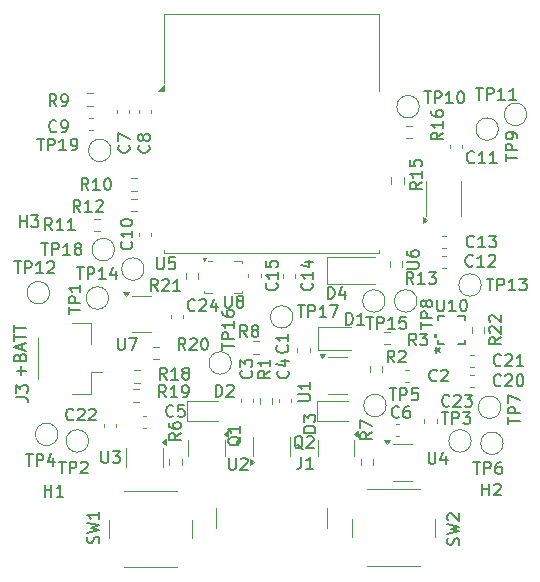
<source format=gbr>
%TF.GenerationSoftware,KiCad,Pcbnew,9.0.0*%
%TF.CreationDate,2025-12-27T14:24:40-08:00*%
%TF.ProjectId,esp_module_rev1,6573705f-6d6f-4647-956c-655f72657631,rev?*%
%TF.SameCoordinates,Original*%
%TF.FileFunction,Legend,Top*%
%TF.FilePolarity,Positive*%
%FSLAX46Y46*%
G04 Gerber Fmt 4.6, Leading zero omitted, Abs format (unit mm)*
G04 Created by KiCad (PCBNEW 9.0.0) date 2025-12-27 14:24:40*
%MOMM*%
%LPD*%
G01*
G04 APERTURE LIST*
%ADD10C,0.200000*%
%ADD11C,0.150000*%
%ADD12C,0.120000*%
%ADD13C,0.152400*%
%ADD14C,0.000000*%
G04 APERTURE END LIST*
D10*
X126561266Y-106605326D02*
X126561266Y-105843422D01*
X126942219Y-106224374D02*
X126180314Y-106224374D01*
X126418409Y-105033898D02*
X126466028Y-104891041D01*
X126466028Y-104891041D02*
X126513647Y-104843422D01*
X126513647Y-104843422D02*
X126608885Y-104795803D01*
X126608885Y-104795803D02*
X126751742Y-104795803D01*
X126751742Y-104795803D02*
X126846980Y-104843422D01*
X126846980Y-104843422D02*
X126894600Y-104891041D01*
X126894600Y-104891041D02*
X126942219Y-104986279D01*
X126942219Y-104986279D02*
X126942219Y-105367231D01*
X126942219Y-105367231D02*
X125942219Y-105367231D01*
X125942219Y-105367231D02*
X125942219Y-105033898D01*
X125942219Y-105033898D02*
X125989838Y-104938660D01*
X125989838Y-104938660D02*
X126037457Y-104891041D01*
X126037457Y-104891041D02*
X126132695Y-104843422D01*
X126132695Y-104843422D02*
X126227933Y-104843422D01*
X126227933Y-104843422D02*
X126323171Y-104891041D01*
X126323171Y-104891041D02*
X126370790Y-104938660D01*
X126370790Y-104938660D02*
X126418409Y-105033898D01*
X126418409Y-105033898D02*
X126418409Y-105367231D01*
X126656504Y-104414850D02*
X126656504Y-103938660D01*
X126942219Y-104510088D02*
X125942219Y-104176755D01*
X125942219Y-104176755D02*
X126942219Y-103843422D01*
X125942219Y-103652945D02*
X125942219Y-103081517D01*
X126942219Y-103367231D02*
X125942219Y-103367231D01*
X125942219Y-102891040D02*
X125942219Y-102319612D01*
X126942219Y-102605326D02*
X125942219Y-102605326D01*
D11*
X138038095Y-96604819D02*
X138038095Y-97414342D01*
X138038095Y-97414342D02*
X138085714Y-97509580D01*
X138085714Y-97509580D02*
X138133333Y-97557200D01*
X138133333Y-97557200D02*
X138228571Y-97604819D01*
X138228571Y-97604819D02*
X138419047Y-97604819D01*
X138419047Y-97604819D02*
X138514285Y-97557200D01*
X138514285Y-97557200D02*
X138561904Y-97509580D01*
X138561904Y-97509580D02*
X138609523Y-97414342D01*
X138609523Y-97414342D02*
X138609523Y-96604819D01*
X139561904Y-96604819D02*
X139085714Y-96604819D01*
X139085714Y-96604819D02*
X139038095Y-97081009D01*
X139038095Y-97081009D02*
X139085714Y-97033390D01*
X139085714Y-97033390D02*
X139180952Y-96985771D01*
X139180952Y-96985771D02*
X139419047Y-96985771D01*
X139419047Y-96985771D02*
X139514285Y-97033390D01*
X139514285Y-97033390D02*
X139561904Y-97081009D01*
X139561904Y-97081009D02*
X139609523Y-97176247D01*
X139609523Y-97176247D02*
X139609523Y-97414342D01*
X139609523Y-97414342D02*
X139561904Y-97509580D01*
X139561904Y-97509580D02*
X139514285Y-97557200D01*
X139514285Y-97557200D02*
X139419047Y-97604819D01*
X139419047Y-97604819D02*
X139180952Y-97604819D01*
X139180952Y-97604819D02*
X139085714Y-97557200D01*
X139085714Y-97557200D02*
X139038095Y-97509580D01*
X161038095Y-113104819D02*
X161038095Y-113914342D01*
X161038095Y-113914342D02*
X161085714Y-114009580D01*
X161085714Y-114009580D02*
X161133333Y-114057200D01*
X161133333Y-114057200D02*
X161228571Y-114104819D01*
X161228571Y-114104819D02*
X161419047Y-114104819D01*
X161419047Y-114104819D02*
X161514285Y-114057200D01*
X161514285Y-114057200D02*
X161561904Y-114009580D01*
X161561904Y-114009580D02*
X161609523Y-113914342D01*
X161609523Y-113914342D02*
X161609523Y-113104819D01*
X162514285Y-113438152D02*
X162514285Y-114104819D01*
X162276190Y-113057200D02*
X162038095Y-113771485D01*
X162038095Y-113771485D02*
X162657142Y-113771485D01*
X135659580Y-87116666D02*
X135707200Y-87164285D01*
X135707200Y-87164285D02*
X135754819Y-87307142D01*
X135754819Y-87307142D02*
X135754819Y-87402380D01*
X135754819Y-87402380D02*
X135707200Y-87545237D01*
X135707200Y-87545237D02*
X135611961Y-87640475D01*
X135611961Y-87640475D02*
X135516723Y-87688094D01*
X135516723Y-87688094D02*
X135326247Y-87735713D01*
X135326247Y-87735713D02*
X135183390Y-87735713D01*
X135183390Y-87735713D02*
X134992914Y-87688094D01*
X134992914Y-87688094D02*
X134897676Y-87640475D01*
X134897676Y-87640475D02*
X134802438Y-87545237D01*
X134802438Y-87545237D02*
X134754819Y-87402380D01*
X134754819Y-87402380D02*
X134754819Y-87307142D01*
X134754819Y-87307142D02*
X134802438Y-87164285D01*
X134802438Y-87164285D02*
X134850057Y-87116666D01*
X134754819Y-86783332D02*
X134754819Y-86116666D01*
X134754819Y-86116666D02*
X135754819Y-86545237D01*
X162254819Y-86042857D02*
X161778628Y-86376190D01*
X162254819Y-86614285D02*
X161254819Y-86614285D01*
X161254819Y-86614285D02*
X161254819Y-86233333D01*
X161254819Y-86233333D02*
X161302438Y-86138095D01*
X161302438Y-86138095D02*
X161350057Y-86090476D01*
X161350057Y-86090476D02*
X161445295Y-86042857D01*
X161445295Y-86042857D02*
X161588152Y-86042857D01*
X161588152Y-86042857D02*
X161683390Y-86090476D01*
X161683390Y-86090476D02*
X161731009Y-86138095D01*
X161731009Y-86138095D02*
X161778628Y-86233333D01*
X161778628Y-86233333D02*
X161778628Y-86614285D01*
X162254819Y-85090476D02*
X162254819Y-85661904D01*
X162254819Y-85376190D02*
X161254819Y-85376190D01*
X161254819Y-85376190D02*
X161397676Y-85471428D01*
X161397676Y-85471428D02*
X161492914Y-85566666D01*
X161492914Y-85566666D02*
X161540533Y-85661904D01*
X161254819Y-84233333D02*
X161254819Y-84423809D01*
X161254819Y-84423809D02*
X161302438Y-84519047D01*
X161302438Y-84519047D02*
X161350057Y-84566666D01*
X161350057Y-84566666D02*
X161492914Y-84661904D01*
X161492914Y-84661904D02*
X161683390Y-84709523D01*
X161683390Y-84709523D02*
X162064342Y-84709523D01*
X162064342Y-84709523D02*
X162159580Y-84661904D01*
X162159580Y-84661904D02*
X162207200Y-84614285D01*
X162207200Y-84614285D02*
X162254819Y-84519047D01*
X162254819Y-84519047D02*
X162254819Y-84328571D01*
X162254819Y-84328571D02*
X162207200Y-84233333D01*
X162207200Y-84233333D02*
X162159580Y-84185714D01*
X162159580Y-84185714D02*
X162064342Y-84138095D01*
X162064342Y-84138095D02*
X161826247Y-84138095D01*
X161826247Y-84138095D02*
X161731009Y-84185714D01*
X161731009Y-84185714D02*
X161683390Y-84233333D01*
X161683390Y-84233333D02*
X161635771Y-84328571D01*
X161635771Y-84328571D02*
X161635771Y-84519047D01*
X161635771Y-84519047D02*
X161683390Y-84614285D01*
X161683390Y-84614285D02*
X161731009Y-84661904D01*
X161731009Y-84661904D02*
X161826247Y-84709523D01*
X143788095Y-99854819D02*
X143788095Y-100664342D01*
X143788095Y-100664342D02*
X143835714Y-100759580D01*
X143835714Y-100759580D02*
X143883333Y-100807200D01*
X143883333Y-100807200D02*
X143978571Y-100854819D01*
X143978571Y-100854819D02*
X144169047Y-100854819D01*
X144169047Y-100854819D02*
X144264285Y-100807200D01*
X144264285Y-100807200D02*
X144311904Y-100759580D01*
X144311904Y-100759580D02*
X144359523Y-100664342D01*
X144359523Y-100664342D02*
X144359523Y-99854819D01*
X144978571Y-100283390D02*
X144883333Y-100235771D01*
X144883333Y-100235771D02*
X144835714Y-100188152D01*
X144835714Y-100188152D02*
X144788095Y-100092914D01*
X144788095Y-100092914D02*
X144788095Y-100045295D01*
X144788095Y-100045295D02*
X144835714Y-99950057D01*
X144835714Y-99950057D02*
X144883333Y-99902438D01*
X144883333Y-99902438D02*
X144978571Y-99854819D01*
X144978571Y-99854819D02*
X145169047Y-99854819D01*
X145169047Y-99854819D02*
X145264285Y-99902438D01*
X145264285Y-99902438D02*
X145311904Y-99950057D01*
X145311904Y-99950057D02*
X145359523Y-100045295D01*
X145359523Y-100045295D02*
X145359523Y-100092914D01*
X145359523Y-100092914D02*
X145311904Y-100188152D01*
X145311904Y-100188152D02*
X145264285Y-100235771D01*
X145264285Y-100235771D02*
X145169047Y-100283390D01*
X145169047Y-100283390D02*
X144978571Y-100283390D01*
X144978571Y-100283390D02*
X144883333Y-100331009D01*
X144883333Y-100331009D02*
X144835714Y-100378628D01*
X144835714Y-100378628D02*
X144788095Y-100473866D01*
X144788095Y-100473866D02*
X144788095Y-100664342D01*
X144788095Y-100664342D02*
X144835714Y-100759580D01*
X144835714Y-100759580D02*
X144883333Y-100807200D01*
X144883333Y-100807200D02*
X144978571Y-100854819D01*
X144978571Y-100854819D02*
X145169047Y-100854819D01*
X145169047Y-100854819D02*
X145264285Y-100807200D01*
X145264285Y-100807200D02*
X145311904Y-100759580D01*
X145311904Y-100759580D02*
X145359523Y-100664342D01*
X145359523Y-100664342D02*
X145359523Y-100473866D01*
X145359523Y-100473866D02*
X145311904Y-100378628D01*
X145311904Y-100378628D02*
X145264285Y-100331009D01*
X145264285Y-100331009D02*
X145169047Y-100283390D01*
X140457142Y-104454819D02*
X140123809Y-103978628D01*
X139885714Y-104454819D02*
X139885714Y-103454819D01*
X139885714Y-103454819D02*
X140266666Y-103454819D01*
X140266666Y-103454819D02*
X140361904Y-103502438D01*
X140361904Y-103502438D02*
X140409523Y-103550057D01*
X140409523Y-103550057D02*
X140457142Y-103645295D01*
X140457142Y-103645295D02*
X140457142Y-103788152D01*
X140457142Y-103788152D02*
X140409523Y-103883390D01*
X140409523Y-103883390D02*
X140361904Y-103931009D01*
X140361904Y-103931009D02*
X140266666Y-103978628D01*
X140266666Y-103978628D02*
X139885714Y-103978628D01*
X140838095Y-103550057D02*
X140885714Y-103502438D01*
X140885714Y-103502438D02*
X140980952Y-103454819D01*
X140980952Y-103454819D02*
X141219047Y-103454819D01*
X141219047Y-103454819D02*
X141314285Y-103502438D01*
X141314285Y-103502438D02*
X141361904Y-103550057D01*
X141361904Y-103550057D02*
X141409523Y-103645295D01*
X141409523Y-103645295D02*
X141409523Y-103740533D01*
X141409523Y-103740533D02*
X141361904Y-103883390D01*
X141361904Y-103883390D02*
X140790476Y-104454819D01*
X140790476Y-104454819D02*
X141409523Y-104454819D01*
X142028571Y-103454819D02*
X142123809Y-103454819D01*
X142123809Y-103454819D02*
X142219047Y-103502438D01*
X142219047Y-103502438D02*
X142266666Y-103550057D01*
X142266666Y-103550057D02*
X142314285Y-103645295D01*
X142314285Y-103645295D02*
X142361904Y-103835771D01*
X142361904Y-103835771D02*
X142361904Y-104073866D01*
X142361904Y-104073866D02*
X142314285Y-104264342D01*
X142314285Y-104264342D02*
X142266666Y-104359580D01*
X142266666Y-104359580D02*
X142219047Y-104407200D01*
X142219047Y-104407200D02*
X142123809Y-104454819D01*
X142123809Y-104454819D02*
X142028571Y-104454819D01*
X142028571Y-104454819D02*
X141933333Y-104407200D01*
X141933333Y-104407200D02*
X141885714Y-104359580D01*
X141885714Y-104359580D02*
X141838095Y-104264342D01*
X141838095Y-104264342D02*
X141790476Y-104073866D01*
X141790476Y-104073866D02*
X141790476Y-103835771D01*
X141790476Y-103835771D02*
X141838095Y-103645295D01*
X141838095Y-103645295D02*
X141885714Y-103550057D01*
X141885714Y-103550057D02*
X141933333Y-103502438D01*
X141933333Y-103502438D02*
X142028571Y-103454819D01*
X150266666Y-113504819D02*
X150266666Y-114219104D01*
X150266666Y-114219104D02*
X150219047Y-114361961D01*
X150219047Y-114361961D02*
X150123809Y-114457200D01*
X150123809Y-114457200D02*
X149980952Y-114504819D01*
X149980952Y-114504819D02*
X149885714Y-114504819D01*
X151266666Y-114504819D02*
X150695238Y-114504819D01*
X150980952Y-114504819D02*
X150980952Y-113504819D01*
X150980952Y-113504819D02*
X150885714Y-113647676D01*
X150885714Y-113647676D02*
X150790476Y-113742914D01*
X150790476Y-113742914D02*
X150695238Y-113790533D01*
X160354819Y-102661904D02*
X160354819Y-102090476D01*
X161354819Y-102376190D02*
X160354819Y-102376190D01*
X161354819Y-101757142D02*
X160354819Y-101757142D01*
X160354819Y-101757142D02*
X160354819Y-101376190D01*
X160354819Y-101376190D02*
X160402438Y-101280952D01*
X160402438Y-101280952D02*
X160450057Y-101233333D01*
X160450057Y-101233333D02*
X160545295Y-101185714D01*
X160545295Y-101185714D02*
X160688152Y-101185714D01*
X160688152Y-101185714D02*
X160783390Y-101233333D01*
X160783390Y-101233333D02*
X160831009Y-101280952D01*
X160831009Y-101280952D02*
X160878628Y-101376190D01*
X160878628Y-101376190D02*
X160878628Y-101757142D01*
X160783390Y-100614285D02*
X160735771Y-100709523D01*
X160735771Y-100709523D02*
X160688152Y-100757142D01*
X160688152Y-100757142D02*
X160592914Y-100804761D01*
X160592914Y-100804761D02*
X160545295Y-100804761D01*
X160545295Y-100804761D02*
X160450057Y-100757142D01*
X160450057Y-100757142D02*
X160402438Y-100709523D01*
X160402438Y-100709523D02*
X160354819Y-100614285D01*
X160354819Y-100614285D02*
X160354819Y-100423809D01*
X160354819Y-100423809D02*
X160402438Y-100328571D01*
X160402438Y-100328571D02*
X160450057Y-100280952D01*
X160450057Y-100280952D02*
X160545295Y-100233333D01*
X160545295Y-100233333D02*
X160592914Y-100233333D01*
X160592914Y-100233333D02*
X160688152Y-100280952D01*
X160688152Y-100280952D02*
X160735771Y-100328571D01*
X160735771Y-100328571D02*
X160783390Y-100423809D01*
X160783390Y-100423809D02*
X160783390Y-100614285D01*
X160783390Y-100614285D02*
X160831009Y-100709523D01*
X160831009Y-100709523D02*
X160878628Y-100757142D01*
X160878628Y-100757142D02*
X160973866Y-100804761D01*
X160973866Y-100804761D02*
X161164342Y-100804761D01*
X161164342Y-100804761D02*
X161259580Y-100757142D01*
X161259580Y-100757142D02*
X161307200Y-100709523D01*
X161307200Y-100709523D02*
X161354819Y-100614285D01*
X161354819Y-100614285D02*
X161354819Y-100423809D01*
X161354819Y-100423809D02*
X161307200Y-100328571D01*
X161307200Y-100328571D02*
X161259580Y-100280952D01*
X161259580Y-100280952D02*
X161164342Y-100233333D01*
X161164342Y-100233333D02*
X160973866Y-100233333D01*
X160973866Y-100233333D02*
X160878628Y-100280952D01*
X160878628Y-100280952D02*
X160831009Y-100328571D01*
X160831009Y-100328571D02*
X160783390Y-100423809D01*
X167554819Y-88461904D02*
X167554819Y-87890476D01*
X168554819Y-88176190D02*
X167554819Y-88176190D01*
X168554819Y-87557142D02*
X167554819Y-87557142D01*
X167554819Y-87557142D02*
X167554819Y-87176190D01*
X167554819Y-87176190D02*
X167602438Y-87080952D01*
X167602438Y-87080952D02*
X167650057Y-87033333D01*
X167650057Y-87033333D02*
X167745295Y-86985714D01*
X167745295Y-86985714D02*
X167888152Y-86985714D01*
X167888152Y-86985714D02*
X167983390Y-87033333D01*
X167983390Y-87033333D02*
X168031009Y-87080952D01*
X168031009Y-87080952D02*
X168078628Y-87176190D01*
X168078628Y-87176190D02*
X168078628Y-87557142D01*
X168554819Y-86509523D02*
X168554819Y-86319047D01*
X168554819Y-86319047D02*
X168507200Y-86223809D01*
X168507200Y-86223809D02*
X168459580Y-86176190D01*
X168459580Y-86176190D02*
X168316723Y-86080952D01*
X168316723Y-86080952D02*
X168126247Y-86033333D01*
X168126247Y-86033333D02*
X167745295Y-86033333D01*
X167745295Y-86033333D02*
X167650057Y-86080952D01*
X167650057Y-86080952D02*
X167602438Y-86128571D01*
X167602438Y-86128571D02*
X167554819Y-86223809D01*
X167554819Y-86223809D02*
X167554819Y-86414285D01*
X167554819Y-86414285D02*
X167602438Y-86509523D01*
X167602438Y-86509523D02*
X167650057Y-86557142D01*
X167650057Y-86557142D02*
X167745295Y-86604761D01*
X167745295Y-86604761D02*
X167983390Y-86604761D01*
X167983390Y-86604761D02*
X168078628Y-86557142D01*
X168078628Y-86557142D02*
X168126247Y-86509523D01*
X168126247Y-86509523D02*
X168173866Y-86414285D01*
X168173866Y-86414285D02*
X168173866Y-86223809D01*
X168173866Y-86223809D02*
X168126247Y-86128571D01*
X168126247Y-86128571D02*
X168078628Y-86080952D01*
X168078628Y-86080952D02*
X167983390Y-86033333D01*
X161761905Y-100179819D02*
X161761905Y-100989342D01*
X161761905Y-100989342D02*
X161809524Y-101084580D01*
X161809524Y-101084580D02*
X161857143Y-101132200D01*
X161857143Y-101132200D02*
X161952381Y-101179819D01*
X161952381Y-101179819D02*
X162142857Y-101179819D01*
X162142857Y-101179819D02*
X162238095Y-101132200D01*
X162238095Y-101132200D02*
X162285714Y-101084580D01*
X162285714Y-101084580D02*
X162333333Y-100989342D01*
X162333333Y-100989342D02*
X162333333Y-100179819D01*
X163333333Y-101179819D02*
X162761905Y-101179819D01*
X163047619Y-101179819D02*
X163047619Y-100179819D01*
X163047619Y-100179819D02*
X162952381Y-100322676D01*
X162952381Y-100322676D02*
X162857143Y-100417914D01*
X162857143Y-100417914D02*
X162761905Y-100465533D01*
X163952381Y-100179819D02*
X164047619Y-100179819D01*
X164047619Y-100179819D02*
X164142857Y-100227438D01*
X164142857Y-100227438D02*
X164190476Y-100275057D01*
X164190476Y-100275057D02*
X164238095Y-100370295D01*
X164238095Y-100370295D02*
X164285714Y-100560771D01*
X164285714Y-100560771D02*
X164285714Y-100798866D01*
X164285714Y-100798866D02*
X164238095Y-100989342D01*
X164238095Y-100989342D02*
X164190476Y-101084580D01*
X164190476Y-101084580D02*
X164142857Y-101132200D01*
X164142857Y-101132200D02*
X164047619Y-101179819D01*
X164047619Y-101179819D02*
X163952381Y-101179819D01*
X163952381Y-101179819D02*
X163857143Y-101132200D01*
X163857143Y-101132200D02*
X163809524Y-101084580D01*
X163809524Y-101084580D02*
X163761905Y-100989342D01*
X163761905Y-100989342D02*
X163714286Y-100798866D01*
X163714286Y-100798866D02*
X163714286Y-100560771D01*
X163714286Y-100560771D02*
X163761905Y-100370295D01*
X163761905Y-100370295D02*
X163809524Y-100275057D01*
X163809524Y-100275057D02*
X163857143Y-100227438D01*
X163857143Y-100227438D02*
X163952381Y-100179819D01*
X161554819Y-104449999D02*
X161792914Y-104449999D01*
X161697676Y-104688094D02*
X161792914Y-104449999D01*
X161792914Y-104449999D02*
X161697676Y-104211904D01*
X161983390Y-104592856D02*
X161792914Y-104449999D01*
X161792914Y-104449999D02*
X161983390Y-104307142D01*
X145683333Y-103354819D02*
X145350000Y-102878628D01*
X145111905Y-103354819D02*
X145111905Y-102354819D01*
X145111905Y-102354819D02*
X145492857Y-102354819D01*
X145492857Y-102354819D02*
X145588095Y-102402438D01*
X145588095Y-102402438D02*
X145635714Y-102450057D01*
X145635714Y-102450057D02*
X145683333Y-102545295D01*
X145683333Y-102545295D02*
X145683333Y-102688152D01*
X145683333Y-102688152D02*
X145635714Y-102783390D01*
X145635714Y-102783390D02*
X145588095Y-102831009D01*
X145588095Y-102831009D02*
X145492857Y-102878628D01*
X145492857Y-102878628D02*
X145111905Y-102878628D01*
X146254762Y-102783390D02*
X146159524Y-102735771D01*
X146159524Y-102735771D02*
X146111905Y-102688152D01*
X146111905Y-102688152D02*
X146064286Y-102592914D01*
X146064286Y-102592914D02*
X146064286Y-102545295D01*
X146064286Y-102545295D02*
X146111905Y-102450057D01*
X146111905Y-102450057D02*
X146159524Y-102402438D01*
X146159524Y-102402438D02*
X146254762Y-102354819D01*
X146254762Y-102354819D02*
X146445238Y-102354819D01*
X146445238Y-102354819D02*
X146540476Y-102402438D01*
X146540476Y-102402438D02*
X146588095Y-102450057D01*
X146588095Y-102450057D02*
X146635714Y-102545295D01*
X146635714Y-102545295D02*
X146635714Y-102592914D01*
X146635714Y-102592914D02*
X146588095Y-102688152D01*
X146588095Y-102688152D02*
X146540476Y-102735771D01*
X146540476Y-102735771D02*
X146445238Y-102783390D01*
X146445238Y-102783390D02*
X146254762Y-102783390D01*
X146254762Y-102783390D02*
X146159524Y-102831009D01*
X146159524Y-102831009D02*
X146111905Y-102878628D01*
X146111905Y-102878628D02*
X146064286Y-102973866D01*
X146064286Y-102973866D02*
X146064286Y-103164342D01*
X146064286Y-103164342D02*
X146111905Y-103259580D01*
X146111905Y-103259580D02*
X146159524Y-103307200D01*
X146159524Y-103307200D02*
X146254762Y-103354819D01*
X146254762Y-103354819D02*
X146445238Y-103354819D01*
X146445238Y-103354819D02*
X146540476Y-103307200D01*
X146540476Y-103307200D02*
X146588095Y-103259580D01*
X146588095Y-103259580D02*
X146635714Y-103164342D01*
X146635714Y-103164342D02*
X146635714Y-102973866D01*
X146635714Y-102973866D02*
X146588095Y-102878628D01*
X146588095Y-102878628D02*
X146540476Y-102831009D01*
X146540476Y-102831009D02*
X146445238Y-102783390D01*
X140054819Y-111516666D02*
X139578628Y-111849999D01*
X140054819Y-112088094D02*
X139054819Y-112088094D01*
X139054819Y-112088094D02*
X139054819Y-111707142D01*
X139054819Y-111707142D02*
X139102438Y-111611904D01*
X139102438Y-111611904D02*
X139150057Y-111564285D01*
X139150057Y-111564285D02*
X139245295Y-111516666D01*
X139245295Y-111516666D02*
X139388152Y-111516666D01*
X139388152Y-111516666D02*
X139483390Y-111564285D01*
X139483390Y-111564285D02*
X139531009Y-111611904D01*
X139531009Y-111611904D02*
X139578628Y-111707142D01*
X139578628Y-111707142D02*
X139578628Y-112088094D01*
X139054819Y-110659523D02*
X139054819Y-110849999D01*
X139054819Y-110849999D02*
X139102438Y-110945237D01*
X139102438Y-110945237D02*
X139150057Y-110992856D01*
X139150057Y-110992856D02*
X139292914Y-111088094D01*
X139292914Y-111088094D02*
X139483390Y-111135713D01*
X139483390Y-111135713D02*
X139864342Y-111135713D01*
X139864342Y-111135713D02*
X139959580Y-111088094D01*
X139959580Y-111088094D02*
X140007200Y-111040475D01*
X140007200Y-111040475D02*
X140054819Y-110945237D01*
X140054819Y-110945237D02*
X140054819Y-110754761D01*
X140054819Y-110754761D02*
X140007200Y-110659523D01*
X140007200Y-110659523D02*
X139959580Y-110611904D01*
X139959580Y-110611904D02*
X139864342Y-110564285D01*
X139864342Y-110564285D02*
X139626247Y-110564285D01*
X139626247Y-110564285D02*
X139531009Y-110611904D01*
X139531009Y-110611904D02*
X139483390Y-110659523D01*
X139483390Y-110659523D02*
X139435771Y-110754761D01*
X139435771Y-110754761D02*
X139435771Y-110945237D01*
X139435771Y-110945237D02*
X139483390Y-111040475D01*
X139483390Y-111040475D02*
X139531009Y-111088094D01*
X139531009Y-111088094D02*
X139626247Y-111135713D01*
X155761905Y-101654819D02*
X156333333Y-101654819D01*
X156047619Y-102654819D02*
X156047619Y-101654819D01*
X156666667Y-102654819D02*
X156666667Y-101654819D01*
X156666667Y-101654819D02*
X157047619Y-101654819D01*
X157047619Y-101654819D02*
X157142857Y-101702438D01*
X157142857Y-101702438D02*
X157190476Y-101750057D01*
X157190476Y-101750057D02*
X157238095Y-101845295D01*
X157238095Y-101845295D02*
X157238095Y-101988152D01*
X157238095Y-101988152D02*
X157190476Y-102083390D01*
X157190476Y-102083390D02*
X157142857Y-102131009D01*
X157142857Y-102131009D02*
X157047619Y-102178628D01*
X157047619Y-102178628D02*
X156666667Y-102178628D01*
X158190476Y-102654819D02*
X157619048Y-102654819D01*
X157904762Y-102654819D02*
X157904762Y-101654819D01*
X157904762Y-101654819D02*
X157809524Y-101797676D01*
X157809524Y-101797676D02*
X157714286Y-101892914D01*
X157714286Y-101892914D02*
X157619048Y-101940533D01*
X159095238Y-101654819D02*
X158619048Y-101654819D01*
X158619048Y-101654819D02*
X158571429Y-102131009D01*
X158571429Y-102131009D02*
X158619048Y-102083390D01*
X158619048Y-102083390D02*
X158714286Y-102035771D01*
X158714286Y-102035771D02*
X158952381Y-102035771D01*
X158952381Y-102035771D02*
X159047619Y-102083390D01*
X159047619Y-102083390D02*
X159095238Y-102131009D01*
X159095238Y-102131009D02*
X159142857Y-102226247D01*
X159142857Y-102226247D02*
X159142857Y-102464342D01*
X159142857Y-102464342D02*
X159095238Y-102559580D01*
X159095238Y-102559580D02*
X159047619Y-102607200D01*
X159047619Y-102607200D02*
X158952381Y-102654819D01*
X158952381Y-102654819D02*
X158714286Y-102654819D01*
X158714286Y-102654819D02*
X158619048Y-102607200D01*
X158619048Y-102607200D02*
X158571429Y-102559580D01*
X131557142Y-92754819D02*
X131223809Y-92278628D01*
X130985714Y-92754819D02*
X130985714Y-91754819D01*
X130985714Y-91754819D02*
X131366666Y-91754819D01*
X131366666Y-91754819D02*
X131461904Y-91802438D01*
X131461904Y-91802438D02*
X131509523Y-91850057D01*
X131509523Y-91850057D02*
X131557142Y-91945295D01*
X131557142Y-91945295D02*
X131557142Y-92088152D01*
X131557142Y-92088152D02*
X131509523Y-92183390D01*
X131509523Y-92183390D02*
X131461904Y-92231009D01*
X131461904Y-92231009D02*
X131366666Y-92278628D01*
X131366666Y-92278628D02*
X130985714Y-92278628D01*
X132509523Y-92754819D02*
X131938095Y-92754819D01*
X132223809Y-92754819D02*
X132223809Y-91754819D01*
X132223809Y-91754819D02*
X132128571Y-91897676D01*
X132128571Y-91897676D02*
X132033333Y-91992914D01*
X132033333Y-91992914D02*
X131938095Y-92040533D01*
X132890476Y-91850057D02*
X132938095Y-91802438D01*
X132938095Y-91802438D02*
X133033333Y-91754819D01*
X133033333Y-91754819D02*
X133271428Y-91754819D01*
X133271428Y-91754819D02*
X133366666Y-91802438D01*
X133366666Y-91802438D02*
X133414285Y-91850057D01*
X133414285Y-91850057D02*
X133461904Y-91945295D01*
X133461904Y-91945295D02*
X133461904Y-92040533D01*
X133461904Y-92040533D02*
X133414285Y-92183390D01*
X133414285Y-92183390D02*
X132842857Y-92754819D01*
X132842857Y-92754819D02*
X133461904Y-92754819D01*
X167157142Y-105722080D02*
X167109523Y-105769700D01*
X167109523Y-105769700D02*
X166966666Y-105817319D01*
X166966666Y-105817319D02*
X166871428Y-105817319D01*
X166871428Y-105817319D02*
X166728571Y-105769700D01*
X166728571Y-105769700D02*
X166633333Y-105674461D01*
X166633333Y-105674461D02*
X166585714Y-105579223D01*
X166585714Y-105579223D02*
X166538095Y-105388747D01*
X166538095Y-105388747D02*
X166538095Y-105245890D01*
X166538095Y-105245890D02*
X166585714Y-105055414D01*
X166585714Y-105055414D02*
X166633333Y-104960176D01*
X166633333Y-104960176D02*
X166728571Y-104864938D01*
X166728571Y-104864938D02*
X166871428Y-104817319D01*
X166871428Y-104817319D02*
X166966666Y-104817319D01*
X166966666Y-104817319D02*
X167109523Y-104864938D01*
X167109523Y-104864938D02*
X167157142Y-104912557D01*
X167538095Y-104912557D02*
X167585714Y-104864938D01*
X167585714Y-104864938D02*
X167680952Y-104817319D01*
X167680952Y-104817319D02*
X167919047Y-104817319D01*
X167919047Y-104817319D02*
X168014285Y-104864938D01*
X168014285Y-104864938D02*
X168061904Y-104912557D01*
X168061904Y-104912557D02*
X168109523Y-105007795D01*
X168109523Y-105007795D02*
X168109523Y-105103033D01*
X168109523Y-105103033D02*
X168061904Y-105245890D01*
X168061904Y-105245890D02*
X167490476Y-105817319D01*
X167490476Y-105817319D02*
X168109523Y-105817319D01*
X169061904Y-105817319D02*
X168490476Y-105817319D01*
X168776190Y-105817319D02*
X168776190Y-104817319D01*
X168776190Y-104817319D02*
X168680952Y-104960176D01*
X168680952Y-104960176D02*
X168585714Y-105055414D01*
X168585714Y-105055414D02*
X168490476Y-105103033D01*
X125961905Y-96954819D02*
X126533333Y-96954819D01*
X126247619Y-97954819D02*
X126247619Y-96954819D01*
X126866667Y-97954819D02*
X126866667Y-96954819D01*
X126866667Y-96954819D02*
X127247619Y-96954819D01*
X127247619Y-96954819D02*
X127342857Y-97002438D01*
X127342857Y-97002438D02*
X127390476Y-97050057D01*
X127390476Y-97050057D02*
X127438095Y-97145295D01*
X127438095Y-97145295D02*
X127438095Y-97288152D01*
X127438095Y-97288152D02*
X127390476Y-97383390D01*
X127390476Y-97383390D02*
X127342857Y-97431009D01*
X127342857Y-97431009D02*
X127247619Y-97478628D01*
X127247619Y-97478628D02*
X126866667Y-97478628D01*
X128390476Y-97954819D02*
X127819048Y-97954819D01*
X128104762Y-97954819D02*
X128104762Y-96954819D01*
X128104762Y-96954819D02*
X128009524Y-97097676D01*
X128009524Y-97097676D02*
X127914286Y-97192914D01*
X127914286Y-97192914D02*
X127819048Y-97240533D01*
X128771429Y-97050057D02*
X128819048Y-97002438D01*
X128819048Y-97002438D02*
X128914286Y-96954819D01*
X128914286Y-96954819D02*
X129152381Y-96954819D01*
X129152381Y-96954819D02*
X129247619Y-97002438D01*
X129247619Y-97002438D02*
X129295238Y-97050057D01*
X129295238Y-97050057D02*
X129342857Y-97145295D01*
X129342857Y-97145295D02*
X129342857Y-97240533D01*
X129342857Y-97240533D02*
X129295238Y-97383390D01*
X129295238Y-97383390D02*
X128723810Y-97954819D01*
X128723810Y-97954819D02*
X129342857Y-97954819D01*
X138869642Y-106954819D02*
X138536309Y-106478628D01*
X138298214Y-106954819D02*
X138298214Y-105954819D01*
X138298214Y-105954819D02*
X138679166Y-105954819D01*
X138679166Y-105954819D02*
X138774404Y-106002438D01*
X138774404Y-106002438D02*
X138822023Y-106050057D01*
X138822023Y-106050057D02*
X138869642Y-106145295D01*
X138869642Y-106145295D02*
X138869642Y-106288152D01*
X138869642Y-106288152D02*
X138822023Y-106383390D01*
X138822023Y-106383390D02*
X138774404Y-106431009D01*
X138774404Y-106431009D02*
X138679166Y-106478628D01*
X138679166Y-106478628D02*
X138298214Y-106478628D01*
X139822023Y-106954819D02*
X139250595Y-106954819D01*
X139536309Y-106954819D02*
X139536309Y-105954819D01*
X139536309Y-105954819D02*
X139441071Y-106097676D01*
X139441071Y-106097676D02*
X139345833Y-106192914D01*
X139345833Y-106192914D02*
X139250595Y-106240533D01*
X140393452Y-106383390D02*
X140298214Y-106335771D01*
X140298214Y-106335771D02*
X140250595Y-106288152D01*
X140250595Y-106288152D02*
X140202976Y-106192914D01*
X140202976Y-106192914D02*
X140202976Y-106145295D01*
X140202976Y-106145295D02*
X140250595Y-106050057D01*
X140250595Y-106050057D02*
X140298214Y-106002438D01*
X140298214Y-106002438D02*
X140393452Y-105954819D01*
X140393452Y-105954819D02*
X140583928Y-105954819D01*
X140583928Y-105954819D02*
X140679166Y-106002438D01*
X140679166Y-106002438D02*
X140726785Y-106050057D01*
X140726785Y-106050057D02*
X140774404Y-106145295D01*
X140774404Y-106145295D02*
X140774404Y-106192914D01*
X140774404Y-106192914D02*
X140726785Y-106288152D01*
X140726785Y-106288152D02*
X140679166Y-106335771D01*
X140679166Y-106335771D02*
X140583928Y-106383390D01*
X140583928Y-106383390D02*
X140393452Y-106383390D01*
X140393452Y-106383390D02*
X140298214Y-106431009D01*
X140298214Y-106431009D02*
X140250595Y-106478628D01*
X140250595Y-106478628D02*
X140202976Y-106573866D01*
X140202976Y-106573866D02*
X140202976Y-106764342D01*
X140202976Y-106764342D02*
X140250595Y-106859580D01*
X140250595Y-106859580D02*
X140298214Y-106907200D01*
X140298214Y-106907200D02*
X140393452Y-106954819D01*
X140393452Y-106954819D02*
X140583928Y-106954819D01*
X140583928Y-106954819D02*
X140679166Y-106907200D01*
X140679166Y-106907200D02*
X140726785Y-106859580D01*
X140726785Y-106859580D02*
X140774404Y-106764342D01*
X140774404Y-106764342D02*
X140774404Y-106573866D01*
X140774404Y-106573866D02*
X140726785Y-106478628D01*
X140726785Y-106478628D02*
X140679166Y-106431009D01*
X140679166Y-106431009D02*
X140583928Y-106383390D01*
X154061905Y-102304819D02*
X154061905Y-101304819D01*
X154061905Y-101304819D02*
X154300000Y-101304819D01*
X154300000Y-101304819D02*
X154442857Y-101352438D01*
X154442857Y-101352438D02*
X154538095Y-101447676D01*
X154538095Y-101447676D02*
X154585714Y-101542914D01*
X154585714Y-101542914D02*
X154633333Y-101733390D01*
X154633333Y-101733390D02*
X154633333Y-101876247D01*
X154633333Y-101876247D02*
X154585714Y-102066723D01*
X154585714Y-102066723D02*
X154538095Y-102161961D01*
X154538095Y-102161961D02*
X154442857Y-102257200D01*
X154442857Y-102257200D02*
X154300000Y-102304819D01*
X154300000Y-102304819D02*
X154061905Y-102304819D01*
X155585714Y-102304819D02*
X155014286Y-102304819D01*
X155300000Y-102304819D02*
X155300000Y-101304819D01*
X155300000Y-101304819D02*
X155204762Y-101447676D01*
X155204762Y-101447676D02*
X155109524Y-101542914D01*
X155109524Y-101542914D02*
X155014286Y-101590533D01*
X126104819Y-108433333D02*
X126819104Y-108433333D01*
X126819104Y-108433333D02*
X126961961Y-108480952D01*
X126961961Y-108480952D02*
X127057200Y-108576190D01*
X127057200Y-108576190D02*
X127104819Y-108719047D01*
X127104819Y-108719047D02*
X127104819Y-108814285D01*
X126104819Y-108052380D02*
X126104819Y-107433333D01*
X126104819Y-107433333D02*
X126485771Y-107766666D01*
X126485771Y-107766666D02*
X126485771Y-107623809D01*
X126485771Y-107623809D02*
X126533390Y-107528571D01*
X126533390Y-107528571D02*
X126581009Y-107480952D01*
X126581009Y-107480952D02*
X126676247Y-107433333D01*
X126676247Y-107433333D02*
X126914342Y-107433333D01*
X126914342Y-107433333D02*
X127009580Y-107480952D01*
X127009580Y-107480952D02*
X127057200Y-107528571D01*
X127057200Y-107528571D02*
X127104819Y-107623809D01*
X127104819Y-107623809D02*
X127104819Y-107909523D01*
X127104819Y-107909523D02*
X127057200Y-108004761D01*
X127057200Y-108004761D02*
X127009580Y-108052380D01*
X158133333Y-105504819D02*
X157800000Y-105028628D01*
X157561905Y-105504819D02*
X157561905Y-104504819D01*
X157561905Y-104504819D02*
X157942857Y-104504819D01*
X157942857Y-104504819D02*
X158038095Y-104552438D01*
X158038095Y-104552438D02*
X158085714Y-104600057D01*
X158085714Y-104600057D02*
X158133333Y-104695295D01*
X158133333Y-104695295D02*
X158133333Y-104838152D01*
X158133333Y-104838152D02*
X158085714Y-104933390D01*
X158085714Y-104933390D02*
X158038095Y-104981009D01*
X158038095Y-104981009D02*
X157942857Y-105028628D01*
X157942857Y-105028628D02*
X157561905Y-105028628D01*
X158514286Y-104600057D02*
X158561905Y-104552438D01*
X158561905Y-104552438D02*
X158657143Y-104504819D01*
X158657143Y-104504819D02*
X158895238Y-104504819D01*
X158895238Y-104504819D02*
X158990476Y-104552438D01*
X158990476Y-104552438D02*
X159038095Y-104600057D01*
X159038095Y-104600057D02*
X159085714Y-104695295D01*
X159085714Y-104695295D02*
X159085714Y-104790533D01*
X159085714Y-104790533D02*
X159038095Y-104933390D01*
X159038095Y-104933390D02*
X158466667Y-105504819D01*
X158466667Y-105504819D02*
X159085714Y-105504819D01*
X148159580Y-98792857D02*
X148207200Y-98840476D01*
X148207200Y-98840476D02*
X148254819Y-98983333D01*
X148254819Y-98983333D02*
X148254819Y-99078571D01*
X148254819Y-99078571D02*
X148207200Y-99221428D01*
X148207200Y-99221428D02*
X148111961Y-99316666D01*
X148111961Y-99316666D02*
X148016723Y-99364285D01*
X148016723Y-99364285D02*
X147826247Y-99411904D01*
X147826247Y-99411904D02*
X147683390Y-99411904D01*
X147683390Y-99411904D02*
X147492914Y-99364285D01*
X147492914Y-99364285D02*
X147397676Y-99316666D01*
X147397676Y-99316666D02*
X147302438Y-99221428D01*
X147302438Y-99221428D02*
X147254819Y-99078571D01*
X147254819Y-99078571D02*
X147254819Y-98983333D01*
X147254819Y-98983333D02*
X147302438Y-98840476D01*
X147302438Y-98840476D02*
X147350057Y-98792857D01*
X148254819Y-97840476D02*
X148254819Y-98411904D01*
X148254819Y-98126190D02*
X147254819Y-98126190D01*
X147254819Y-98126190D02*
X147397676Y-98221428D01*
X147397676Y-98221428D02*
X147492914Y-98316666D01*
X147492914Y-98316666D02*
X147540533Y-98411904D01*
X147254819Y-96935714D02*
X147254819Y-97411904D01*
X147254819Y-97411904D02*
X147731009Y-97459523D01*
X147731009Y-97459523D02*
X147683390Y-97411904D01*
X147683390Y-97411904D02*
X147635771Y-97316666D01*
X147635771Y-97316666D02*
X147635771Y-97078571D01*
X147635771Y-97078571D02*
X147683390Y-96983333D01*
X147683390Y-96983333D02*
X147731009Y-96935714D01*
X147731009Y-96935714D02*
X147826247Y-96888095D01*
X147826247Y-96888095D02*
X148064342Y-96888095D01*
X148064342Y-96888095D02*
X148159580Y-96935714D01*
X148159580Y-96935714D02*
X148207200Y-96983333D01*
X148207200Y-96983333D02*
X148254819Y-97078571D01*
X148254819Y-97078571D02*
X148254819Y-97316666D01*
X148254819Y-97316666D02*
X148207200Y-97411904D01*
X148207200Y-97411904D02*
X148159580Y-97459523D01*
X157738095Y-107704819D02*
X158309523Y-107704819D01*
X158023809Y-108704819D02*
X158023809Y-107704819D01*
X158642857Y-108704819D02*
X158642857Y-107704819D01*
X158642857Y-107704819D02*
X159023809Y-107704819D01*
X159023809Y-107704819D02*
X159119047Y-107752438D01*
X159119047Y-107752438D02*
X159166666Y-107800057D01*
X159166666Y-107800057D02*
X159214285Y-107895295D01*
X159214285Y-107895295D02*
X159214285Y-108038152D01*
X159214285Y-108038152D02*
X159166666Y-108133390D01*
X159166666Y-108133390D02*
X159119047Y-108181009D01*
X159119047Y-108181009D02*
X159023809Y-108228628D01*
X159023809Y-108228628D02*
X158642857Y-108228628D01*
X160119047Y-107704819D02*
X159642857Y-107704819D01*
X159642857Y-107704819D02*
X159595238Y-108181009D01*
X159595238Y-108181009D02*
X159642857Y-108133390D01*
X159642857Y-108133390D02*
X159738095Y-108085771D01*
X159738095Y-108085771D02*
X159976190Y-108085771D01*
X159976190Y-108085771D02*
X160071428Y-108133390D01*
X160071428Y-108133390D02*
X160119047Y-108181009D01*
X160119047Y-108181009D02*
X160166666Y-108276247D01*
X160166666Y-108276247D02*
X160166666Y-108514342D01*
X160166666Y-108514342D02*
X160119047Y-108609580D01*
X160119047Y-108609580D02*
X160071428Y-108657200D01*
X160071428Y-108657200D02*
X159976190Y-108704819D01*
X159976190Y-108704819D02*
X159738095Y-108704819D01*
X159738095Y-108704819D02*
X159642857Y-108657200D01*
X159642857Y-108657200D02*
X159595238Y-108609580D01*
X130957142Y-110309580D02*
X130909523Y-110357200D01*
X130909523Y-110357200D02*
X130766666Y-110404819D01*
X130766666Y-110404819D02*
X130671428Y-110404819D01*
X130671428Y-110404819D02*
X130528571Y-110357200D01*
X130528571Y-110357200D02*
X130433333Y-110261961D01*
X130433333Y-110261961D02*
X130385714Y-110166723D01*
X130385714Y-110166723D02*
X130338095Y-109976247D01*
X130338095Y-109976247D02*
X130338095Y-109833390D01*
X130338095Y-109833390D02*
X130385714Y-109642914D01*
X130385714Y-109642914D02*
X130433333Y-109547676D01*
X130433333Y-109547676D02*
X130528571Y-109452438D01*
X130528571Y-109452438D02*
X130671428Y-109404819D01*
X130671428Y-109404819D02*
X130766666Y-109404819D01*
X130766666Y-109404819D02*
X130909523Y-109452438D01*
X130909523Y-109452438D02*
X130957142Y-109500057D01*
X131338095Y-109500057D02*
X131385714Y-109452438D01*
X131385714Y-109452438D02*
X131480952Y-109404819D01*
X131480952Y-109404819D02*
X131719047Y-109404819D01*
X131719047Y-109404819D02*
X131814285Y-109452438D01*
X131814285Y-109452438D02*
X131861904Y-109500057D01*
X131861904Y-109500057D02*
X131909523Y-109595295D01*
X131909523Y-109595295D02*
X131909523Y-109690533D01*
X131909523Y-109690533D02*
X131861904Y-109833390D01*
X131861904Y-109833390D02*
X131290476Y-110404819D01*
X131290476Y-110404819D02*
X131909523Y-110404819D01*
X132290476Y-109500057D02*
X132338095Y-109452438D01*
X132338095Y-109452438D02*
X132433333Y-109404819D01*
X132433333Y-109404819D02*
X132671428Y-109404819D01*
X132671428Y-109404819D02*
X132766666Y-109452438D01*
X132766666Y-109452438D02*
X132814285Y-109500057D01*
X132814285Y-109500057D02*
X132861904Y-109595295D01*
X132861904Y-109595295D02*
X132861904Y-109690533D01*
X132861904Y-109690533D02*
X132814285Y-109833390D01*
X132814285Y-109833390D02*
X132242857Y-110404819D01*
X132242857Y-110404819D02*
X132861904Y-110404819D01*
X146009580Y-106216666D02*
X146057200Y-106264285D01*
X146057200Y-106264285D02*
X146104819Y-106407142D01*
X146104819Y-106407142D02*
X146104819Y-106502380D01*
X146104819Y-106502380D02*
X146057200Y-106645237D01*
X146057200Y-106645237D02*
X145961961Y-106740475D01*
X145961961Y-106740475D02*
X145866723Y-106788094D01*
X145866723Y-106788094D02*
X145676247Y-106835713D01*
X145676247Y-106835713D02*
X145533390Y-106835713D01*
X145533390Y-106835713D02*
X145342914Y-106788094D01*
X145342914Y-106788094D02*
X145247676Y-106740475D01*
X145247676Y-106740475D02*
X145152438Y-106645237D01*
X145152438Y-106645237D02*
X145104819Y-106502380D01*
X145104819Y-106502380D02*
X145104819Y-106407142D01*
X145104819Y-106407142D02*
X145152438Y-106264285D01*
X145152438Y-106264285D02*
X145200057Y-106216666D01*
X145104819Y-105883332D02*
X145104819Y-105264285D01*
X145104819Y-105264285D02*
X145485771Y-105597618D01*
X145485771Y-105597618D02*
X145485771Y-105454761D01*
X145485771Y-105454761D02*
X145533390Y-105359523D01*
X145533390Y-105359523D02*
X145581009Y-105311904D01*
X145581009Y-105311904D02*
X145676247Y-105264285D01*
X145676247Y-105264285D02*
X145914342Y-105264285D01*
X145914342Y-105264285D02*
X146009580Y-105311904D01*
X146009580Y-105311904D02*
X146057200Y-105359523D01*
X146057200Y-105359523D02*
X146104819Y-105454761D01*
X146104819Y-105454761D02*
X146104819Y-105740475D01*
X146104819Y-105740475D02*
X146057200Y-105835713D01*
X146057200Y-105835713D02*
X146009580Y-105883332D01*
X131261905Y-97454819D02*
X131833333Y-97454819D01*
X131547619Y-98454819D02*
X131547619Y-97454819D01*
X132166667Y-98454819D02*
X132166667Y-97454819D01*
X132166667Y-97454819D02*
X132547619Y-97454819D01*
X132547619Y-97454819D02*
X132642857Y-97502438D01*
X132642857Y-97502438D02*
X132690476Y-97550057D01*
X132690476Y-97550057D02*
X132738095Y-97645295D01*
X132738095Y-97645295D02*
X132738095Y-97788152D01*
X132738095Y-97788152D02*
X132690476Y-97883390D01*
X132690476Y-97883390D02*
X132642857Y-97931009D01*
X132642857Y-97931009D02*
X132547619Y-97978628D01*
X132547619Y-97978628D02*
X132166667Y-97978628D01*
X133690476Y-98454819D02*
X133119048Y-98454819D01*
X133404762Y-98454819D02*
X133404762Y-97454819D01*
X133404762Y-97454819D02*
X133309524Y-97597676D01*
X133309524Y-97597676D02*
X133214286Y-97692914D01*
X133214286Y-97692914D02*
X133119048Y-97740533D01*
X134547619Y-97788152D02*
X134547619Y-98454819D01*
X134309524Y-97407200D02*
X134071429Y-98121485D01*
X134071429Y-98121485D02*
X134690476Y-98121485D01*
X143011905Y-108404819D02*
X143011905Y-107404819D01*
X143011905Y-107404819D02*
X143250000Y-107404819D01*
X143250000Y-107404819D02*
X143392857Y-107452438D01*
X143392857Y-107452438D02*
X143488095Y-107547676D01*
X143488095Y-107547676D02*
X143535714Y-107642914D01*
X143535714Y-107642914D02*
X143583333Y-107833390D01*
X143583333Y-107833390D02*
X143583333Y-107976247D01*
X143583333Y-107976247D02*
X143535714Y-108166723D01*
X143535714Y-108166723D02*
X143488095Y-108261961D01*
X143488095Y-108261961D02*
X143392857Y-108357200D01*
X143392857Y-108357200D02*
X143250000Y-108404819D01*
X143250000Y-108404819D02*
X143011905Y-108404819D01*
X143964286Y-107500057D02*
X144011905Y-107452438D01*
X144011905Y-107452438D02*
X144107143Y-107404819D01*
X144107143Y-107404819D02*
X144345238Y-107404819D01*
X144345238Y-107404819D02*
X144440476Y-107452438D01*
X144440476Y-107452438D02*
X144488095Y-107500057D01*
X144488095Y-107500057D02*
X144535714Y-107595295D01*
X144535714Y-107595295D02*
X144535714Y-107690533D01*
X144535714Y-107690533D02*
X144488095Y-107833390D01*
X144488095Y-107833390D02*
X143916667Y-108404819D01*
X143916667Y-108404819D02*
X144535714Y-108404819D01*
X129533333Y-83804819D02*
X129200000Y-83328628D01*
X128961905Y-83804819D02*
X128961905Y-82804819D01*
X128961905Y-82804819D02*
X129342857Y-82804819D01*
X129342857Y-82804819D02*
X129438095Y-82852438D01*
X129438095Y-82852438D02*
X129485714Y-82900057D01*
X129485714Y-82900057D02*
X129533333Y-82995295D01*
X129533333Y-82995295D02*
X129533333Y-83138152D01*
X129533333Y-83138152D02*
X129485714Y-83233390D01*
X129485714Y-83233390D02*
X129438095Y-83281009D01*
X129438095Y-83281009D02*
X129342857Y-83328628D01*
X129342857Y-83328628D02*
X128961905Y-83328628D01*
X130009524Y-83804819D02*
X130200000Y-83804819D01*
X130200000Y-83804819D02*
X130295238Y-83757200D01*
X130295238Y-83757200D02*
X130342857Y-83709580D01*
X130342857Y-83709580D02*
X130438095Y-83566723D01*
X130438095Y-83566723D02*
X130485714Y-83376247D01*
X130485714Y-83376247D02*
X130485714Y-82995295D01*
X130485714Y-82995295D02*
X130438095Y-82900057D01*
X130438095Y-82900057D02*
X130390476Y-82852438D01*
X130390476Y-82852438D02*
X130295238Y-82804819D01*
X130295238Y-82804819D02*
X130104762Y-82804819D01*
X130104762Y-82804819D02*
X130009524Y-82852438D01*
X130009524Y-82852438D02*
X129961905Y-82900057D01*
X129961905Y-82900057D02*
X129914286Y-82995295D01*
X129914286Y-82995295D02*
X129914286Y-83233390D01*
X129914286Y-83233390D02*
X129961905Y-83328628D01*
X129961905Y-83328628D02*
X130009524Y-83376247D01*
X130009524Y-83376247D02*
X130104762Y-83423866D01*
X130104762Y-83423866D02*
X130295238Y-83423866D01*
X130295238Y-83423866D02*
X130390476Y-83376247D01*
X130390476Y-83376247D02*
X130438095Y-83328628D01*
X130438095Y-83328628D02*
X130485714Y-83233390D01*
X150404761Y-112850057D02*
X150309523Y-112802438D01*
X150309523Y-112802438D02*
X150214285Y-112707200D01*
X150214285Y-112707200D02*
X150071428Y-112564342D01*
X150071428Y-112564342D02*
X149976190Y-112516723D01*
X149976190Y-112516723D02*
X149880952Y-112516723D01*
X149928571Y-112754819D02*
X149833333Y-112707200D01*
X149833333Y-112707200D02*
X149738095Y-112611961D01*
X149738095Y-112611961D02*
X149690476Y-112421485D01*
X149690476Y-112421485D02*
X149690476Y-112088152D01*
X149690476Y-112088152D02*
X149738095Y-111897676D01*
X149738095Y-111897676D02*
X149833333Y-111802438D01*
X149833333Y-111802438D02*
X149928571Y-111754819D01*
X149928571Y-111754819D02*
X150119047Y-111754819D01*
X150119047Y-111754819D02*
X150214285Y-111802438D01*
X150214285Y-111802438D02*
X150309523Y-111897676D01*
X150309523Y-111897676D02*
X150357142Y-112088152D01*
X150357142Y-112088152D02*
X150357142Y-112421485D01*
X150357142Y-112421485D02*
X150309523Y-112611961D01*
X150309523Y-112611961D02*
X150214285Y-112707200D01*
X150214285Y-112707200D02*
X150119047Y-112754819D01*
X150119047Y-112754819D02*
X149928571Y-112754819D01*
X150738095Y-111850057D02*
X150785714Y-111802438D01*
X150785714Y-111802438D02*
X150880952Y-111754819D01*
X150880952Y-111754819D02*
X151119047Y-111754819D01*
X151119047Y-111754819D02*
X151214285Y-111802438D01*
X151214285Y-111802438D02*
X151261904Y-111850057D01*
X151261904Y-111850057D02*
X151309523Y-111945295D01*
X151309523Y-111945295D02*
X151309523Y-112040533D01*
X151309523Y-112040533D02*
X151261904Y-112183390D01*
X151261904Y-112183390D02*
X150690476Y-112754819D01*
X150690476Y-112754819D02*
X151309523Y-112754819D01*
X126938095Y-113254819D02*
X127509523Y-113254819D01*
X127223809Y-114254819D02*
X127223809Y-113254819D01*
X127842857Y-114254819D02*
X127842857Y-113254819D01*
X127842857Y-113254819D02*
X128223809Y-113254819D01*
X128223809Y-113254819D02*
X128319047Y-113302438D01*
X128319047Y-113302438D02*
X128366666Y-113350057D01*
X128366666Y-113350057D02*
X128414285Y-113445295D01*
X128414285Y-113445295D02*
X128414285Y-113588152D01*
X128414285Y-113588152D02*
X128366666Y-113683390D01*
X128366666Y-113683390D02*
X128319047Y-113731009D01*
X128319047Y-113731009D02*
X128223809Y-113778628D01*
X128223809Y-113778628D02*
X127842857Y-113778628D01*
X129271428Y-113588152D02*
X129271428Y-114254819D01*
X129033333Y-113207200D02*
X128795238Y-113921485D01*
X128795238Y-113921485D02*
X129414285Y-113921485D01*
X141257142Y-101059580D02*
X141209523Y-101107200D01*
X141209523Y-101107200D02*
X141066666Y-101154819D01*
X141066666Y-101154819D02*
X140971428Y-101154819D01*
X140971428Y-101154819D02*
X140828571Y-101107200D01*
X140828571Y-101107200D02*
X140733333Y-101011961D01*
X140733333Y-101011961D02*
X140685714Y-100916723D01*
X140685714Y-100916723D02*
X140638095Y-100726247D01*
X140638095Y-100726247D02*
X140638095Y-100583390D01*
X140638095Y-100583390D02*
X140685714Y-100392914D01*
X140685714Y-100392914D02*
X140733333Y-100297676D01*
X140733333Y-100297676D02*
X140828571Y-100202438D01*
X140828571Y-100202438D02*
X140971428Y-100154819D01*
X140971428Y-100154819D02*
X141066666Y-100154819D01*
X141066666Y-100154819D02*
X141209523Y-100202438D01*
X141209523Y-100202438D02*
X141257142Y-100250057D01*
X141638095Y-100250057D02*
X141685714Y-100202438D01*
X141685714Y-100202438D02*
X141780952Y-100154819D01*
X141780952Y-100154819D02*
X142019047Y-100154819D01*
X142019047Y-100154819D02*
X142114285Y-100202438D01*
X142114285Y-100202438D02*
X142161904Y-100250057D01*
X142161904Y-100250057D02*
X142209523Y-100345295D01*
X142209523Y-100345295D02*
X142209523Y-100440533D01*
X142209523Y-100440533D02*
X142161904Y-100583390D01*
X142161904Y-100583390D02*
X141590476Y-101154819D01*
X141590476Y-101154819D02*
X142209523Y-101154819D01*
X143066666Y-100488152D02*
X143066666Y-101154819D01*
X142828571Y-100107200D02*
X142590476Y-100821485D01*
X142590476Y-100821485D02*
X143209523Y-100821485D01*
X159983333Y-104054819D02*
X159650000Y-103578628D01*
X159411905Y-104054819D02*
X159411905Y-103054819D01*
X159411905Y-103054819D02*
X159792857Y-103054819D01*
X159792857Y-103054819D02*
X159888095Y-103102438D01*
X159888095Y-103102438D02*
X159935714Y-103150057D01*
X159935714Y-103150057D02*
X159983333Y-103245295D01*
X159983333Y-103245295D02*
X159983333Y-103388152D01*
X159983333Y-103388152D02*
X159935714Y-103483390D01*
X159935714Y-103483390D02*
X159888095Y-103531009D01*
X159888095Y-103531009D02*
X159792857Y-103578628D01*
X159792857Y-103578628D02*
X159411905Y-103578628D01*
X160316667Y-103054819D02*
X160935714Y-103054819D01*
X160935714Y-103054819D02*
X160602381Y-103435771D01*
X160602381Y-103435771D02*
X160745238Y-103435771D01*
X160745238Y-103435771D02*
X160840476Y-103483390D01*
X160840476Y-103483390D02*
X160888095Y-103531009D01*
X160888095Y-103531009D02*
X160935714Y-103626247D01*
X160935714Y-103626247D02*
X160935714Y-103864342D01*
X160935714Y-103864342D02*
X160888095Y-103959580D01*
X160888095Y-103959580D02*
X160840476Y-104007200D01*
X160840476Y-104007200D02*
X160745238Y-104054819D01*
X160745238Y-104054819D02*
X160459524Y-104054819D01*
X160459524Y-104054819D02*
X160364286Y-104007200D01*
X160364286Y-104007200D02*
X160316667Y-103959580D01*
X167154819Y-103392857D02*
X166678628Y-103726190D01*
X167154819Y-103964285D02*
X166154819Y-103964285D01*
X166154819Y-103964285D02*
X166154819Y-103583333D01*
X166154819Y-103583333D02*
X166202438Y-103488095D01*
X166202438Y-103488095D02*
X166250057Y-103440476D01*
X166250057Y-103440476D02*
X166345295Y-103392857D01*
X166345295Y-103392857D02*
X166488152Y-103392857D01*
X166488152Y-103392857D02*
X166583390Y-103440476D01*
X166583390Y-103440476D02*
X166631009Y-103488095D01*
X166631009Y-103488095D02*
X166678628Y-103583333D01*
X166678628Y-103583333D02*
X166678628Y-103964285D01*
X166250057Y-103011904D02*
X166202438Y-102964285D01*
X166202438Y-102964285D02*
X166154819Y-102869047D01*
X166154819Y-102869047D02*
X166154819Y-102630952D01*
X166154819Y-102630952D02*
X166202438Y-102535714D01*
X166202438Y-102535714D02*
X166250057Y-102488095D01*
X166250057Y-102488095D02*
X166345295Y-102440476D01*
X166345295Y-102440476D02*
X166440533Y-102440476D01*
X166440533Y-102440476D02*
X166583390Y-102488095D01*
X166583390Y-102488095D02*
X167154819Y-103059523D01*
X167154819Y-103059523D02*
X167154819Y-102440476D01*
X166250057Y-102059523D02*
X166202438Y-102011904D01*
X166202438Y-102011904D02*
X166154819Y-101916666D01*
X166154819Y-101916666D02*
X166154819Y-101678571D01*
X166154819Y-101678571D02*
X166202438Y-101583333D01*
X166202438Y-101583333D02*
X166250057Y-101535714D01*
X166250057Y-101535714D02*
X166345295Y-101488095D01*
X166345295Y-101488095D02*
X166440533Y-101488095D01*
X166440533Y-101488095D02*
X166583390Y-101535714D01*
X166583390Y-101535714D02*
X167154819Y-102107142D01*
X167154819Y-102107142D02*
X167154819Y-101488095D01*
X133338095Y-113004819D02*
X133338095Y-113814342D01*
X133338095Y-113814342D02*
X133385714Y-113909580D01*
X133385714Y-113909580D02*
X133433333Y-113957200D01*
X133433333Y-113957200D02*
X133528571Y-114004819D01*
X133528571Y-114004819D02*
X133719047Y-114004819D01*
X133719047Y-114004819D02*
X133814285Y-113957200D01*
X133814285Y-113957200D02*
X133861904Y-113909580D01*
X133861904Y-113909580D02*
X133909523Y-113814342D01*
X133909523Y-113814342D02*
X133909523Y-113004819D01*
X134290476Y-113004819D02*
X134909523Y-113004819D01*
X134909523Y-113004819D02*
X134576190Y-113385771D01*
X134576190Y-113385771D02*
X134719047Y-113385771D01*
X134719047Y-113385771D02*
X134814285Y-113433390D01*
X134814285Y-113433390D02*
X134861904Y-113481009D01*
X134861904Y-113481009D02*
X134909523Y-113576247D01*
X134909523Y-113576247D02*
X134909523Y-113814342D01*
X134909523Y-113814342D02*
X134861904Y-113909580D01*
X134861904Y-113909580D02*
X134814285Y-113957200D01*
X134814285Y-113957200D02*
X134719047Y-114004819D01*
X134719047Y-114004819D02*
X134433333Y-114004819D01*
X134433333Y-114004819D02*
X134338095Y-113957200D01*
X134338095Y-113957200D02*
X134290476Y-113909580D01*
X165588095Y-116764819D02*
X165588095Y-115764819D01*
X165588095Y-116241009D02*
X166159523Y-116241009D01*
X166159523Y-116764819D02*
X166159523Y-115764819D01*
X166588095Y-115860057D02*
X166635714Y-115812438D01*
X166635714Y-115812438D02*
X166730952Y-115764819D01*
X166730952Y-115764819D02*
X166969047Y-115764819D01*
X166969047Y-115764819D02*
X167064285Y-115812438D01*
X167064285Y-115812438D02*
X167111904Y-115860057D01*
X167111904Y-115860057D02*
X167159523Y-115955295D01*
X167159523Y-115955295D02*
X167159523Y-116050533D01*
X167159523Y-116050533D02*
X167111904Y-116193390D01*
X167111904Y-116193390D02*
X166540476Y-116764819D01*
X166540476Y-116764819D02*
X167159523Y-116764819D01*
X150004819Y-108761904D02*
X150814342Y-108761904D01*
X150814342Y-108761904D02*
X150909580Y-108714285D01*
X150909580Y-108714285D02*
X150957200Y-108666666D01*
X150957200Y-108666666D02*
X151004819Y-108571428D01*
X151004819Y-108571428D02*
X151004819Y-108380952D01*
X151004819Y-108380952D02*
X150957200Y-108285714D01*
X150957200Y-108285714D02*
X150909580Y-108238095D01*
X150909580Y-108238095D02*
X150814342Y-108190476D01*
X150814342Y-108190476D02*
X150004819Y-108190476D01*
X151004819Y-107190476D02*
X151004819Y-107761904D01*
X151004819Y-107476190D02*
X150004819Y-107476190D01*
X150004819Y-107476190D02*
X150147676Y-107571428D01*
X150147676Y-107571428D02*
X150242914Y-107666666D01*
X150242914Y-107666666D02*
X150290533Y-107761904D01*
D10*
X133104600Y-120833332D02*
X133152219Y-120690475D01*
X133152219Y-120690475D02*
X133152219Y-120452380D01*
X133152219Y-120452380D02*
X133104600Y-120357142D01*
X133104600Y-120357142D02*
X133056980Y-120309523D01*
X133056980Y-120309523D02*
X132961742Y-120261904D01*
X132961742Y-120261904D02*
X132866504Y-120261904D01*
X132866504Y-120261904D02*
X132771266Y-120309523D01*
X132771266Y-120309523D02*
X132723647Y-120357142D01*
X132723647Y-120357142D02*
X132676028Y-120452380D01*
X132676028Y-120452380D02*
X132628409Y-120642856D01*
X132628409Y-120642856D02*
X132580790Y-120738094D01*
X132580790Y-120738094D02*
X132533171Y-120785713D01*
X132533171Y-120785713D02*
X132437933Y-120833332D01*
X132437933Y-120833332D02*
X132342695Y-120833332D01*
X132342695Y-120833332D02*
X132247457Y-120785713D01*
X132247457Y-120785713D02*
X132199838Y-120738094D01*
X132199838Y-120738094D02*
X132152219Y-120642856D01*
X132152219Y-120642856D02*
X132152219Y-120404761D01*
X132152219Y-120404761D02*
X132199838Y-120261904D01*
X132152219Y-119928570D02*
X133152219Y-119690475D01*
X133152219Y-119690475D02*
X132437933Y-119499999D01*
X132437933Y-119499999D02*
X133152219Y-119309523D01*
X133152219Y-119309523D02*
X132152219Y-119071428D01*
X133152219Y-118166666D02*
X133152219Y-118738094D01*
X133152219Y-118452380D02*
X132152219Y-118452380D01*
X132152219Y-118452380D02*
X132295076Y-118547618D01*
X132295076Y-118547618D02*
X132390314Y-118642856D01*
X132390314Y-118642856D02*
X132437933Y-118738094D01*
D11*
X162807142Y-109159580D02*
X162759523Y-109207200D01*
X162759523Y-109207200D02*
X162616666Y-109254819D01*
X162616666Y-109254819D02*
X162521428Y-109254819D01*
X162521428Y-109254819D02*
X162378571Y-109207200D01*
X162378571Y-109207200D02*
X162283333Y-109111961D01*
X162283333Y-109111961D02*
X162235714Y-109016723D01*
X162235714Y-109016723D02*
X162188095Y-108826247D01*
X162188095Y-108826247D02*
X162188095Y-108683390D01*
X162188095Y-108683390D02*
X162235714Y-108492914D01*
X162235714Y-108492914D02*
X162283333Y-108397676D01*
X162283333Y-108397676D02*
X162378571Y-108302438D01*
X162378571Y-108302438D02*
X162521428Y-108254819D01*
X162521428Y-108254819D02*
X162616666Y-108254819D01*
X162616666Y-108254819D02*
X162759523Y-108302438D01*
X162759523Y-108302438D02*
X162807142Y-108350057D01*
X163188095Y-108350057D02*
X163235714Y-108302438D01*
X163235714Y-108302438D02*
X163330952Y-108254819D01*
X163330952Y-108254819D02*
X163569047Y-108254819D01*
X163569047Y-108254819D02*
X163664285Y-108302438D01*
X163664285Y-108302438D02*
X163711904Y-108350057D01*
X163711904Y-108350057D02*
X163759523Y-108445295D01*
X163759523Y-108445295D02*
X163759523Y-108540533D01*
X163759523Y-108540533D02*
X163711904Y-108683390D01*
X163711904Y-108683390D02*
X163140476Y-109254819D01*
X163140476Y-109254819D02*
X163759523Y-109254819D01*
X164092857Y-108254819D02*
X164711904Y-108254819D01*
X164711904Y-108254819D02*
X164378571Y-108635771D01*
X164378571Y-108635771D02*
X164521428Y-108635771D01*
X164521428Y-108635771D02*
X164616666Y-108683390D01*
X164616666Y-108683390D02*
X164664285Y-108731009D01*
X164664285Y-108731009D02*
X164711904Y-108826247D01*
X164711904Y-108826247D02*
X164711904Y-109064342D01*
X164711904Y-109064342D02*
X164664285Y-109159580D01*
X164664285Y-109159580D02*
X164616666Y-109207200D01*
X164616666Y-109207200D02*
X164521428Y-109254819D01*
X164521428Y-109254819D02*
X164235714Y-109254819D01*
X164235714Y-109254819D02*
X164140476Y-109207200D01*
X164140476Y-109207200D02*
X164092857Y-109159580D01*
X161733333Y-107009580D02*
X161685714Y-107057200D01*
X161685714Y-107057200D02*
X161542857Y-107104819D01*
X161542857Y-107104819D02*
X161447619Y-107104819D01*
X161447619Y-107104819D02*
X161304762Y-107057200D01*
X161304762Y-107057200D02*
X161209524Y-106961961D01*
X161209524Y-106961961D02*
X161161905Y-106866723D01*
X161161905Y-106866723D02*
X161114286Y-106676247D01*
X161114286Y-106676247D02*
X161114286Y-106533390D01*
X161114286Y-106533390D02*
X161161905Y-106342914D01*
X161161905Y-106342914D02*
X161209524Y-106247676D01*
X161209524Y-106247676D02*
X161304762Y-106152438D01*
X161304762Y-106152438D02*
X161447619Y-106104819D01*
X161447619Y-106104819D02*
X161542857Y-106104819D01*
X161542857Y-106104819D02*
X161685714Y-106152438D01*
X161685714Y-106152438D02*
X161733333Y-106200057D01*
X162114286Y-106200057D02*
X162161905Y-106152438D01*
X162161905Y-106152438D02*
X162257143Y-106104819D01*
X162257143Y-106104819D02*
X162495238Y-106104819D01*
X162495238Y-106104819D02*
X162590476Y-106152438D01*
X162590476Y-106152438D02*
X162638095Y-106200057D01*
X162638095Y-106200057D02*
X162685714Y-106295295D01*
X162685714Y-106295295D02*
X162685714Y-106390533D01*
X162685714Y-106390533D02*
X162638095Y-106533390D01*
X162638095Y-106533390D02*
X162066667Y-107104819D01*
X162066667Y-107104819D02*
X162685714Y-107104819D01*
X152511905Y-100104819D02*
X152511905Y-99104819D01*
X152511905Y-99104819D02*
X152750000Y-99104819D01*
X152750000Y-99104819D02*
X152892857Y-99152438D01*
X152892857Y-99152438D02*
X152988095Y-99247676D01*
X152988095Y-99247676D02*
X153035714Y-99342914D01*
X153035714Y-99342914D02*
X153083333Y-99533390D01*
X153083333Y-99533390D02*
X153083333Y-99676247D01*
X153083333Y-99676247D02*
X153035714Y-99866723D01*
X153035714Y-99866723D02*
X152988095Y-99961961D01*
X152988095Y-99961961D02*
X152892857Y-100057200D01*
X152892857Y-100057200D02*
X152750000Y-100104819D01*
X152750000Y-100104819D02*
X152511905Y-100104819D01*
X153940476Y-99438152D02*
X153940476Y-100104819D01*
X153702381Y-99057200D02*
X153464286Y-99771485D01*
X153464286Y-99771485D02*
X154083333Y-99771485D01*
X138807142Y-108454819D02*
X138473809Y-107978628D01*
X138235714Y-108454819D02*
X138235714Y-107454819D01*
X138235714Y-107454819D02*
X138616666Y-107454819D01*
X138616666Y-107454819D02*
X138711904Y-107502438D01*
X138711904Y-107502438D02*
X138759523Y-107550057D01*
X138759523Y-107550057D02*
X138807142Y-107645295D01*
X138807142Y-107645295D02*
X138807142Y-107788152D01*
X138807142Y-107788152D02*
X138759523Y-107883390D01*
X138759523Y-107883390D02*
X138711904Y-107931009D01*
X138711904Y-107931009D02*
X138616666Y-107978628D01*
X138616666Y-107978628D02*
X138235714Y-107978628D01*
X139759523Y-108454819D02*
X139188095Y-108454819D01*
X139473809Y-108454819D02*
X139473809Y-107454819D01*
X139473809Y-107454819D02*
X139378571Y-107597676D01*
X139378571Y-107597676D02*
X139283333Y-107692914D01*
X139283333Y-107692914D02*
X139188095Y-107740533D01*
X140235714Y-108454819D02*
X140426190Y-108454819D01*
X140426190Y-108454819D02*
X140521428Y-108407200D01*
X140521428Y-108407200D02*
X140569047Y-108359580D01*
X140569047Y-108359580D02*
X140664285Y-108216723D01*
X140664285Y-108216723D02*
X140711904Y-108026247D01*
X140711904Y-108026247D02*
X140711904Y-107645295D01*
X140711904Y-107645295D02*
X140664285Y-107550057D01*
X140664285Y-107550057D02*
X140616666Y-107502438D01*
X140616666Y-107502438D02*
X140521428Y-107454819D01*
X140521428Y-107454819D02*
X140330952Y-107454819D01*
X140330952Y-107454819D02*
X140235714Y-107502438D01*
X140235714Y-107502438D02*
X140188095Y-107550057D01*
X140188095Y-107550057D02*
X140140476Y-107645295D01*
X140140476Y-107645295D02*
X140140476Y-107883390D01*
X140140476Y-107883390D02*
X140188095Y-107978628D01*
X140188095Y-107978628D02*
X140235714Y-108026247D01*
X140235714Y-108026247D02*
X140330952Y-108073866D01*
X140330952Y-108073866D02*
X140521428Y-108073866D01*
X140521428Y-108073866D02*
X140616666Y-108026247D01*
X140616666Y-108026247D02*
X140664285Y-107978628D01*
X140664285Y-107978628D02*
X140711904Y-107883390D01*
X151454819Y-111438094D02*
X150454819Y-111438094D01*
X150454819Y-111438094D02*
X150454819Y-111199999D01*
X150454819Y-111199999D02*
X150502438Y-111057142D01*
X150502438Y-111057142D02*
X150597676Y-110961904D01*
X150597676Y-110961904D02*
X150692914Y-110914285D01*
X150692914Y-110914285D02*
X150883390Y-110866666D01*
X150883390Y-110866666D02*
X151026247Y-110866666D01*
X151026247Y-110866666D02*
X151216723Y-110914285D01*
X151216723Y-110914285D02*
X151311961Y-110961904D01*
X151311961Y-110961904D02*
X151407200Y-111057142D01*
X151407200Y-111057142D02*
X151454819Y-111199999D01*
X151454819Y-111199999D02*
X151454819Y-111438094D01*
X150454819Y-110533332D02*
X150454819Y-109914285D01*
X150454819Y-109914285D02*
X150835771Y-110247618D01*
X150835771Y-110247618D02*
X150835771Y-110104761D01*
X150835771Y-110104761D02*
X150883390Y-110009523D01*
X150883390Y-110009523D02*
X150931009Y-109961904D01*
X150931009Y-109961904D02*
X151026247Y-109914285D01*
X151026247Y-109914285D02*
X151264342Y-109914285D01*
X151264342Y-109914285D02*
X151359580Y-109961904D01*
X151359580Y-109961904D02*
X151407200Y-110009523D01*
X151407200Y-110009523D02*
X151454819Y-110104761D01*
X151454819Y-110104761D02*
X151454819Y-110390475D01*
X151454819Y-110390475D02*
X151407200Y-110485713D01*
X151407200Y-110485713D02*
X151359580Y-110533332D01*
X127911905Y-86554819D02*
X128483333Y-86554819D01*
X128197619Y-87554819D02*
X128197619Y-86554819D01*
X128816667Y-87554819D02*
X128816667Y-86554819D01*
X128816667Y-86554819D02*
X129197619Y-86554819D01*
X129197619Y-86554819D02*
X129292857Y-86602438D01*
X129292857Y-86602438D02*
X129340476Y-86650057D01*
X129340476Y-86650057D02*
X129388095Y-86745295D01*
X129388095Y-86745295D02*
X129388095Y-86888152D01*
X129388095Y-86888152D02*
X129340476Y-86983390D01*
X129340476Y-86983390D02*
X129292857Y-87031009D01*
X129292857Y-87031009D02*
X129197619Y-87078628D01*
X129197619Y-87078628D02*
X128816667Y-87078628D01*
X130340476Y-87554819D02*
X129769048Y-87554819D01*
X130054762Y-87554819D02*
X130054762Y-86554819D01*
X130054762Y-86554819D02*
X129959524Y-86697676D01*
X129959524Y-86697676D02*
X129864286Y-86792914D01*
X129864286Y-86792914D02*
X129769048Y-86840533D01*
X130816667Y-87554819D02*
X131007143Y-87554819D01*
X131007143Y-87554819D02*
X131102381Y-87507200D01*
X131102381Y-87507200D02*
X131150000Y-87459580D01*
X131150000Y-87459580D02*
X131245238Y-87316723D01*
X131245238Y-87316723D02*
X131292857Y-87126247D01*
X131292857Y-87126247D02*
X131292857Y-86745295D01*
X131292857Y-86745295D02*
X131245238Y-86650057D01*
X131245238Y-86650057D02*
X131197619Y-86602438D01*
X131197619Y-86602438D02*
X131102381Y-86554819D01*
X131102381Y-86554819D02*
X130911905Y-86554819D01*
X130911905Y-86554819D02*
X130816667Y-86602438D01*
X130816667Y-86602438D02*
X130769048Y-86650057D01*
X130769048Y-86650057D02*
X130721429Y-86745295D01*
X130721429Y-86745295D02*
X130721429Y-86983390D01*
X130721429Y-86983390D02*
X130769048Y-87078628D01*
X130769048Y-87078628D02*
X130816667Y-87126247D01*
X130816667Y-87126247D02*
X130911905Y-87173866D01*
X130911905Y-87173866D02*
X131102381Y-87173866D01*
X131102381Y-87173866D02*
X131197619Y-87126247D01*
X131197619Y-87126247D02*
X131245238Y-87078628D01*
X131245238Y-87078628D02*
X131292857Y-86983390D01*
X145150057Y-111795238D02*
X145102438Y-111890476D01*
X145102438Y-111890476D02*
X145007200Y-111985714D01*
X145007200Y-111985714D02*
X144864342Y-112128571D01*
X144864342Y-112128571D02*
X144816723Y-112223809D01*
X144816723Y-112223809D02*
X144816723Y-112319047D01*
X145054819Y-112271428D02*
X145007200Y-112366666D01*
X145007200Y-112366666D02*
X144911961Y-112461904D01*
X144911961Y-112461904D02*
X144721485Y-112509523D01*
X144721485Y-112509523D02*
X144388152Y-112509523D01*
X144388152Y-112509523D02*
X144197676Y-112461904D01*
X144197676Y-112461904D02*
X144102438Y-112366666D01*
X144102438Y-112366666D02*
X144054819Y-112271428D01*
X144054819Y-112271428D02*
X144054819Y-112080952D01*
X144054819Y-112080952D02*
X144102438Y-111985714D01*
X144102438Y-111985714D02*
X144197676Y-111890476D01*
X144197676Y-111890476D02*
X144388152Y-111842857D01*
X144388152Y-111842857D02*
X144721485Y-111842857D01*
X144721485Y-111842857D02*
X144911961Y-111890476D01*
X144911961Y-111890476D02*
X145007200Y-111985714D01*
X145007200Y-111985714D02*
X145054819Y-112080952D01*
X145054819Y-112080952D02*
X145054819Y-112271428D01*
X145054819Y-110890476D02*
X145054819Y-111461904D01*
X145054819Y-111176190D02*
X144054819Y-111176190D01*
X144054819Y-111176190D02*
X144197676Y-111271428D01*
X144197676Y-111271428D02*
X144292914Y-111366666D01*
X144292914Y-111366666D02*
X144340533Y-111461904D01*
X138107142Y-99454819D02*
X137773809Y-98978628D01*
X137535714Y-99454819D02*
X137535714Y-98454819D01*
X137535714Y-98454819D02*
X137916666Y-98454819D01*
X137916666Y-98454819D02*
X138011904Y-98502438D01*
X138011904Y-98502438D02*
X138059523Y-98550057D01*
X138059523Y-98550057D02*
X138107142Y-98645295D01*
X138107142Y-98645295D02*
X138107142Y-98788152D01*
X138107142Y-98788152D02*
X138059523Y-98883390D01*
X138059523Y-98883390D02*
X138011904Y-98931009D01*
X138011904Y-98931009D02*
X137916666Y-98978628D01*
X137916666Y-98978628D02*
X137535714Y-98978628D01*
X138488095Y-98550057D02*
X138535714Y-98502438D01*
X138535714Y-98502438D02*
X138630952Y-98454819D01*
X138630952Y-98454819D02*
X138869047Y-98454819D01*
X138869047Y-98454819D02*
X138964285Y-98502438D01*
X138964285Y-98502438D02*
X139011904Y-98550057D01*
X139011904Y-98550057D02*
X139059523Y-98645295D01*
X139059523Y-98645295D02*
X139059523Y-98740533D01*
X139059523Y-98740533D02*
X139011904Y-98883390D01*
X139011904Y-98883390D02*
X138440476Y-99454819D01*
X138440476Y-99454819D02*
X139059523Y-99454819D01*
X140011904Y-99454819D02*
X139440476Y-99454819D01*
X139726190Y-99454819D02*
X139726190Y-98454819D01*
X139726190Y-98454819D02*
X139630952Y-98597676D01*
X139630952Y-98597676D02*
X139535714Y-98692914D01*
X139535714Y-98692914D02*
X139440476Y-98740533D01*
X165061905Y-82254819D02*
X165633333Y-82254819D01*
X165347619Y-83254819D02*
X165347619Y-82254819D01*
X165966667Y-83254819D02*
X165966667Y-82254819D01*
X165966667Y-82254819D02*
X166347619Y-82254819D01*
X166347619Y-82254819D02*
X166442857Y-82302438D01*
X166442857Y-82302438D02*
X166490476Y-82350057D01*
X166490476Y-82350057D02*
X166538095Y-82445295D01*
X166538095Y-82445295D02*
X166538095Y-82588152D01*
X166538095Y-82588152D02*
X166490476Y-82683390D01*
X166490476Y-82683390D02*
X166442857Y-82731009D01*
X166442857Y-82731009D02*
X166347619Y-82778628D01*
X166347619Y-82778628D02*
X165966667Y-82778628D01*
X167490476Y-83254819D02*
X166919048Y-83254819D01*
X167204762Y-83254819D02*
X167204762Y-82254819D01*
X167204762Y-82254819D02*
X167109524Y-82397676D01*
X167109524Y-82397676D02*
X167014286Y-82492914D01*
X167014286Y-82492914D02*
X166919048Y-82540533D01*
X168442857Y-83254819D02*
X167871429Y-83254819D01*
X168157143Y-83254819D02*
X168157143Y-82254819D01*
X168157143Y-82254819D02*
X168061905Y-82397676D01*
X168061905Y-82397676D02*
X167966667Y-82492914D01*
X167966667Y-82492914D02*
X167871429Y-82540533D01*
X164882142Y-95672080D02*
X164834523Y-95719700D01*
X164834523Y-95719700D02*
X164691666Y-95767319D01*
X164691666Y-95767319D02*
X164596428Y-95767319D01*
X164596428Y-95767319D02*
X164453571Y-95719700D01*
X164453571Y-95719700D02*
X164358333Y-95624461D01*
X164358333Y-95624461D02*
X164310714Y-95529223D01*
X164310714Y-95529223D02*
X164263095Y-95338747D01*
X164263095Y-95338747D02*
X164263095Y-95195890D01*
X164263095Y-95195890D02*
X164310714Y-95005414D01*
X164310714Y-95005414D02*
X164358333Y-94910176D01*
X164358333Y-94910176D02*
X164453571Y-94814938D01*
X164453571Y-94814938D02*
X164596428Y-94767319D01*
X164596428Y-94767319D02*
X164691666Y-94767319D01*
X164691666Y-94767319D02*
X164834523Y-94814938D01*
X164834523Y-94814938D02*
X164882142Y-94862557D01*
X165834523Y-95767319D02*
X165263095Y-95767319D01*
X165548809Y-95767319D02*
X165548809Y-94767319D01*
X165548809Y-94767319D02*
X165453571Y-94910176D01*
X165453571Y-94910176D02*
X165358333Y-95005414D01*
X165358333Y-95005414D02*
X165263095Y-95053033D01*
X166167857Y-94767319D02*
X166786904Y-94767319D01*
X166786904Y-94767319D02*
X166453571Y-95148271D01*
X166453571Y-95148271D02*
X166596428Y-95148271D01*
X166596428Y-95148271D02*
X166691666Y-95195890D01*
X166691666Y-95195890D02*
X166739285Y-95243509D01*
X166739285Y-95243509D02*
X166786904Y-95338747D01*
X166786904Y-95338747D02*
X166786904Y-95576842D01*
X166786904Y-95576842D02*
X166739285Y-95672080D01*
X166739285Y-95672080D02*
X166691666Y-95719700D01*
X166691666Y-95719700D02*
X166596428Y-95767319D01*
X166596428Y-95767319D02*
X166310714Y-95767319D01*
X166310714Y-95767319D02*
X166215476Y-95719700D01*
X166215476Y-95719700D02*
X166167857Y-95672080D01*
X159204819Y-97564404D02*
X160014342Y-97564404D01*
X160014342Y-97564404D02*
X160109580Y-97516785D01*
X160109580Y-97516785D02*
X160157200Y-97469166D01*
X160157200Y-97469166D02*
X160204819Y-97373928D01*
X160204819Y-97373928D02*
X160204819Y-97183452D01*
X160204819Y-97183452D02*
X160157200Y-97088214D01*
X160157200Y-97088214D02*
X160109580Y-97040595D01*
X160109580Y-97040595D02*
X160014342Y-96992976D01*
X160014342Y-96992976D02*
X159204819Y-96992976D01*
X159204819Y-96088214D02*
X159204819Y-96278690D01*
X159204819Y-96278690D02*
X159252438Y-96373928D01*
X159252438Y-96373928D02*
X159300057Y-96421547D01*
X159300057Y-96421547D02*
X159442914Y-96516785D01*
X159442914Y-96516785D02*
X159633390Y-96564404D01*
X159633390Y-96564404D02*
X160014342Y-96564404D01*
X160014342Y-96564404D02*
X160109580Y-96516785D01*
X160109580Y-96516785D02*
X160157200Y-96469166D01*
X160157200Y-96469166D02*
X160204819Y-96373928D01*
X160204819Y-96373928D02*
X160204819Y-96183452D01*
X160204819Y-96183452D02*
X160157200Y-96088214D01*
X160157200Y-96088214D02*
X160109580Y-96040595D01*
X160109580Y-96040595D02*
X160014342Y-95992976D01*
X160014342Y-95992976D02*
X159776247Y-95992976D01*
X159776247Y-95992976D02*
X159681009Y-96040595D01*
X159681009Y-96040595D02*
X159633390Y-96088214D01*
X159633390Y-96088214D02*
X159585771Y-96183452D01*
X159585771Y-96183452D02*
X159585771Y-96373928D01*
X159585771Y-96373928D02*
X159633390Y-96469166D01*
X159633390Y-96469166D02*
X159681009Y-96516785D01*
X159681009Y-96516785D02*
X159776247Y-96564404D01*
X132244642Y-90904819D02*
X131911309Y-90428628D01*
X131673214Y-90904819D02*
X131673214Y-89904819D01*
X131673214Y-89904819D02*
X132054166Y-89904819D01*
X132054166Y-89904819D02*
X132149404Y-89952438D01*
X132149404Y-89952438D02*
X132197023Y-90000057D01*
X132197023Y-90000057D02*
X132244642Y-90095295D01*
X132244642Y-90095295D02*
X132244642Y-90238152D01*
X132244642Y-90238152D02*
X132197023Y-90333390D01*
X132197023Y-90333390D02*
X132149404Y-90381009D01*
X132149404Y-90381009D02*
X132054166Y-90428628D01*
X132054166Y-90428628D02*
X131673214Y-90428628D01*
X133197023Y-90904819D02*
X132625595Y-90904819D01*
X132911309Y-90904819D02*
X132911309Y-89904819D01*
X132911309Y-89904819D02*
X132816071Y-90047676D01*
X132816071Y-90047676D02*
X132720833Y-90142914D01*
X132720833Y-90142914D02*
X132625595Y-90190533D01*
X133816071Y-89904819D02*
X133911309Y-89904819D01*
X133911309Y-89904819D02*
X134006547Y-89952438D01*
X134006547Y-89952438D02*
X134054166Y-90000057D01*
X134054166Y-90000057D02*
X134101785Y-90095295D01*
X134101785Y-90095295D02*
X134149404Y-90285771D01*
X134149404Y-90285771D02*
X134149404Y-90523866D01*
X134149404Y-90523866D02*
X134101785Y-90714342D01*
X134101785Y-90714342D02*
X134054166Y-90809580D01*
X134054166Y-90809580D02*
X134006547Y-90857200D01*
X134006547Y-90857200D02*
X133911309Y-90904819D01*
X133911309Y-90904819D02*
X133816071Y-90904819D01*
X133816071Y-90904819D02*
X133720833Y-90857200D01*
X133720833Y-90857200D02*
X133673214Y-90809580D01*
X133673214Y-90809580D02*
X133625595Y-90714342D01*
X133625595Y-90714342D02*
X133577976Y-90523866D01*
X133577976Y-90523866D02*
X133577976Y-90285771D01*
X133577976Y-90285771D02*
X133625595Y-90095295D01*
X133625595Y-90095295D02*
X133673214Y-90000057D01*
X133673214Y-90000057D02*
X133720833Y-89952438D01*
X133720833Y-89952438D02*
X133816071Y-89904819D01*
X126438095Y-94054819D02*
X126438095Y-93054819D01*
X126438095Y-93531009D02*
X127009523Y-93531009D01*
X127009523Y-94054819D02*
X127009523Y-93054819D01*
X127390476Y-93054819D02*
X128009523Y-93054819D01*
X128009523Y-93054819D02*
X127676190Y-93435771D01*
X127676190Y-93435771D02*
X127819047Y-93435771D01*
X127819047Y-93435771D02*
X127914285Y-93483390D01*
X127914285Y-93483390D02*
X127961904Y-93531009D01*
X127961904Y-93531009D02*
X128009523Y-93626247D01*
X128009523Y-93626247D02*
X128009523Y-93864342D01*
X128009523Y-93864342D02*
X127961904Y-93959580D01*
X127961904Y-93959580D02*
X127914285Y-94007200D01*
X127914285Y-94007200D02*
X127819047Y-94054819D01*
X127819047Y-94054819D02*
X127533333Y-94054819D01*
X127533333Y-94054819D02*
X127438095Y-94007200D01*
X127438095Y-94007200D02*
X127390476Y-93959580D01*
X158533333Y-110109580D02*
X158485714Y-110157200D01*
X158485714Y-110157200D02*
X158342857Y-110204819D01*
X158342857Y-110204819D02*
X158247619Y-110204819D01*
X158247619Y-110204819D02*
X158104762Y-110157200D01*
X158104762Y-110157200D02*
X158009524Y-110061961D01*
X158009524Y-110061961D02*
X157961905Y-109966723D01*
X157961905Y-109966723D02*
X157914286Y-109776247D01*
X157914286Y-109776247D02*
X157914286Y-109633390D01*
X157914286Y-109633390D02*
X157961905Y-109442914D01*
X157961905Y-109442914D02*
X158009524Y-109347676D01*
X158009524Y-109347676D02*
X158104762Y-109252438D01*
X158104762Y-109252438D02*
X158247619Y-109204819D01*
X158247619Y-109204819D02*
X158342857Y-109204819D01*
X158342857Y-109204819D02*
X158485714Y-109252438D01*
X158485714Y-109252438D02*
X158533333Y-109300057D01*
X159390476Y-109204819D02*
X159200000Y-109204819D01*
X159200000Y-109204819D02*
X159104762Y-109252438D01*
X159104762Y-109252438D02*
X159057143Y-109300057D01*
X159057143Y-109300057D02*
X158961905Y-109442914D01*
X158961905Y-109442914D02*
X158914286Y-109633390D01*
X158914286Y-109633390D02*
X158914286Y-110014342D01*
X158914286Y-110014342D02*
X158961905Y-110109580D01*
X158961905Y-110109580D02*
X159009524Y-110157200D01*
X159009524Y-110157200D02*
X159104762Y-110204819D01*
X159104762Y-110204819D02*
X159295238Y-110204819D01*
X159295238Y-110204819D02*
X159390476Y-110157200D01*
X159390476Y-110157200D02*
X159438095Y-110109580D01*
X159438095Y-110109580D02*
X159485714Y-110014342D01*
X159485714Y-110014342D02*
X159485714Y-109776247D01*
X159485714Y-109776247D02*
X159438095Y-109681009D01*
X159438095Y-109681009D02*
X159390476Y-109633390D01*
X159390476Y-109633390D02*
X159295238Y-109585771D01*
X159295238Y-109585771D02*
X159104762Y-109585771D01*
X159104762Y-109585771D02*
X159009524Y-109633390D01*
X159009524Y-109633390D02*
X158961905Y-109681009D01*
X158961905Y-109681009D02*
X158914286Y-109776247D01*
X143554819Y-104438094D02*
X143554819Y-103866666D01*
X144554819Y-104152380D02*
X143554819Y-104152380D01*
X144554819Y-103533332D02*
X143554819Y-103533332D01*
X143554819Y-103533332D02*
X143554819Y-103152380D01*
X143554819Y-103152380D02*
X143602438Y-103057142D01*
X143602438Y-103057142D02*
X143650057Y-103009523D01*
X143650057Y-103009523D02*
X143745295Y-102961904D01*
X143745295Y-102961904D02*
X143888152Y-102961904D01*
X143888152Y-102961904D02*
X143983390Y-103009523D01*
X143983390Y-103009523D02*
X144031009Y-103057142D01*
X144031009Y-103057142D02*
X144078628Y-103152380D01*
X144078628Y-103152380D02*
X144078628Y-103533332D01*
X144554819Y-102009523D02*
X144554819Y-102580951D01*
X144554819Y-102295237D02*
X143554819Y-102295237D01*
X143554819Y-102295237D02*
X143697676Y-102390475D01*
X143697676Y-102390475D02*
X143792914Y-102485713D01*
X143792914Y-102485713D02*
X143840533Y-102580951D01*
X143554819Y-101152380D02*
X143554819Y-101342856D01*
X143554819Y-101342856D02*
X143602438Y-101438094D01*
X143602438Y-101438094D02*
X143650057Y-101485713D01*
X143650057Y-101485713D02*
X143792914Y-101580951D01*
X143792914Y-101580951D02*
X143983390Y-101628570D01*
X143983390Y-101628570D02*
X144364342Y-101628570D01*
X144364342Y-101628570D02*
X144459580Y-101580951D01*
X144459580Y-101580951D02*
X144507200Y-101533332D01*
X144507200Y-101533332D02*
X144554819Y-101438094D01*
X144554819Y-101438094D02*
X144554819Y-101247618D01*
X144554819Y-101247618D02*
X144507200Y-101152380D01*
X144507200Y-101152380D02*
X144459580Y-101104761D01*
X144459580Y-101104761D02*
X144364342Y-101057142D01*
X144364342Y-101057142D02*
X144126247Y-101057142D01*
X144126247Y-101057142D02*
X144031009Y-101104761D01*
X144031009Y-101104761D02*
X143983390Y-101152380D01*
X143983390Y-101152380D02*
X143935771Y-101247618D01*
X143935771Y-101247618D02*
X143935771Y-101438094D01*
X143935771Y-101438094D02*
X143983390Y-101533332D01*
X143983390Y-101533332D02*
X144031009Y-101580951D01*
X144031009Y-101580951D02*
X144126247Y-101628570D01*
X144138095Y-113604819D02*
X144138095Y-114414342D01*
X144138095Y-114414342D02*
X144185714Y-114509580D01*
X144185714Y-114509580D02*
X144233333Y-114557200D01*
X144233333Y-114557200D02*
X144328571Y-114604819D01*
X144328571Y-114604819D02*
X144519047Y-114604819D01*
X144519047Y-114604819D02*
X144614285Y-114557200D01*
X144614285Y-114557200D02*
X144661904Y-114509580D01*
X144661904Y-114509580D02*
X144709523Y-114414342D01*
X144709523Y-114414342D02*
X144709523Y-113604819D01*
X145138095Y-113700057D02*
X145185714Y-113652438D01*
X145185714Y-113652438D02*
X145280952Y-113604819D01*
X145280952Y-113604819D02*
X145519047Y-113604819D01*
X145519047Y-113604819D02*
X145614285Y-113652438D01*
X145614285Y-113652438D02*
X145661904Y-113700057D01*
X145661904Y-113700057D02*
X145709523Y-113795295D01*
X145709523Y-113795295D02*
X145709523Y-113890533D01*
X145709523Y-113890533D02*
X145661904Y-114033390D01*
X145661904Y-114033390D02*
X145090476Y-114604819D01*
X145090476Y-114604819D02*
X145709523Y-114604819D01*
X129738095Y-113904819D02*
X130309523Y-113904819D01*
X130023809Y-114904819D02*
X130023809Y-113904819D01*
X130642857Y-114904819D02*
X130642857Y-113904819D01*
X130642857Y-113904819D02*
X131023809Y-113904819D01*
X131023809Y-113904819D02*
X131119047Y-113952438D01*
X131119047Y-113952438D02*
X131166666Y-114000057D01*
X131166666Y-114000057D02*
X131214285Y-114095295D01*
X131214285Y-114095295D02*
X131214285Y-114238152D01*
X131214285Y-114238152D02*
X131166666Y-114333390D01*
X131166666Y-114333390D02*
X131119047Y-114381009D01*
X131119047Y-114381009D02*
X131023809Y-114428628D01*
X131023809Y-114428628D02*
X130642857Y-114428628D01*
X131595238Y-114000057D02*
X131642857Y-113952438D01*
X131642857Y-113952438D02*
X131738095Y-113904819D01*
X131738095Y-113904819D02*
X131976190Y-113904819D01*
X131976190Y-113904819D02*
X132071428Y-113952438D01*
X132071428Y-113952438D02*
X132119047Y-114000057D01*
X132119047Y-114000057D02*
X132166666Y-114095295D01*
X132166666Y-114095295D02*
X132166666Y-114190533D01*
X132166666Y-114190533D02*
X132119047Y-114333390D01*
X132119047Y-114333390D02*
X131547619Y-114904819D01*
X131547619Y-114904819D02*
X132166666Y-114904819D01*
X149961905Y-100654819D02*
X150533333Y-100654819D01*
X150247619Y-101654819D02*
X150247619Y-100654819D01*
X150866667Y-101654819D02*
X150866667Y-100654819D01*
X150866667Y-100654819D02*
X151247619Y-100654819D01*
X151247619Y-100654819D02*
X151342857Y-100702438D01*
X151342857Y-100702438D02*
X151390476Y-100750057D01*
X151390476Y-100750057D02*
X151438095Y-100845295D01*
X151438095Y-100845295D02*
X151438095Y-100988152D01*
X151438095Y-100988152D02*
X151390476Y-101083390D01*
X151390476Y-101083390D02*
X151342857Y-101131009D01*
X151342857Y-101131009D02*
X151247619Y-101178628D01*
X151247619Y-101178628D02*
X150866667Y-101178628D01*
X152390476Y-101654819D02*
X151819048Y-101654819D01*
X152104762Y-101654819D02*
X152104762Y-100654819D01*
X152104762Y-100654819D02*
X152009524Y-100797676D01*
X152009524Y-100797676D02*
X151914286Y-100892914D01*
X151914286Y-100892914D02*
X151819048Y-100940533D01*
X152723810Y-100654819D02*
X153390476Y-100654819D01*
X153390476Y-100654819D02*
X152961905Y-101654819D01*
D10*
X163579600Y-120958332D02*
X163627219Y-120815475D01*
X163627219Y-120815475D02*
X163627219Y-120577380D01*
X163627219Y-120577380D02*
X163579600Y-120482142D01*
X163579600Y-120482142D02*
X163531980Y-120434523D01*
X163531980Y-120434523D02*
X163436742Y-120386904D01*
X163436742Y-120386904D02*
X163341504Y-120386904D01*
X163341504Y-120386904D02*
X163246266Y-120434523D01*
X163246266Y-120434523D02*
X163198647Y-120482142D01*
X163198647Y-120482142D02*
X163151028Y-120577380D01*
X163151028Y-120577380D02*
X163103409Y-120767856D01*
X163103409Y-120767856D02*
X163055790Y-120863094D01*
X163055790Y-120863094D02*
X163008171Y-120910713D01*
X163008171Y-120910713D02*
X162912933Y-120958332D01*
X162912933Y-120958332D02*
X162817695Y-120958332D01*
X162817695Y-120958332D02*
X162722457Y-120910713D01*
X162722457Y-120910713D02*
X162674838Y-120863094D01*
X162674838Y-120863094D02*
X162627219Y-120767856D01*
X162627219Y-120767856D02*
X162627219Y-120529761D01*
X162627219Y-120529761D02*
X162674838Y-120386904D01*
X162627219Y-120053570D02*
X163627219Y-119815475D01*
X163627219Y-119815475D02*
X162912933Y-119624999D01*
X162912933Y-119624999D02*
X163627219Y-119434523D01*
X163627219Y-119434523D02*
X162627219Y-119196428D01*
X162722457Y-118863094D02*
X162674838Y-118815475D01*
X162674838Y-118815475D02*
X162627219Y-118720237D01*
X162627219Y-118720237D02*
X162627219Y-118482142D01*
X162627219Y-118482142D02*
X162674838Y-118386904D01*
X162674838Y-118386904D02*
X162722457Y-118339285D01*
X162722457Y-118339285D02*
X162817695Y-118291666D01*
X162817695Y-118291666D02*
X162912933Y-118291666D01*
X162912933Y-118291666D02*
X163055790Y-118339285D01*
X163055790Y-118339285D02*
X163627219Y-118910713D01*
X163627219Y-118910713D02*
X163627219Y-118291666D01*
D11*
X164838095Y-113954819D02*
X165409523Y-113954819D01*
X165123809Y-114954819D02*
X165123809Y-113954819D01*
X165742857Y-114954819D02*
X165742857Y-113954819D01*
X165742857Y-113954819D02*
X166123809Y-113954819D01*
X166123809Y-113954819D02*
X166219047Y-114002438D01*
X166219047Y-114002438D02*
X166266666Y-114050057D01*
X166266666Y-114050057D02*
X166314285Y-114145295D01*
X166314285Y-114145295D02*
X166314285Y-114288152D01*
X166314285Y-114288152D02*
X166266666Y-114383390D01*
X166266666Y-114383390D02*
X166219047Y-114431009D01*
X166219047Y-114431009D02*
X166123809Y-114478628D01*
X166123809Y-114478628D02*
X165742857Y-114478628D01*
X167171428Y-113954819D02*
X166980952Y-113954819D01*
X166980952Y-113954819D02*
X166885714Y-114002438D01*
X166885714Y-114002438D02*
X166838095Y-114050057D01*
X166838095Y-114050057D02*
X166742857Y-114192914D01*
X166742857Y-114192914D02*
X166695238Y-114383390D01*
X166695238Y-114383390D02*
X166695238Y-114764342D01*
X166695238Y-114764342D02*
X166742857Y-114859580D01*
X166742857Y-114859580D02*
X166790476Y-114907200D01*
X166790476Y-114907200D02*
X166885714Y-114954819D01*
X166885714Y-114954819D02*
X167076190Y-114954819D01*
X167076190Y-114954819D02*
X167171428Y-114907200D01*
X167171428Y-114907200D02*
X167219047Y-114859580D01*
X167219047Y-114859580D02*
X167266666Y-114764342D01*
X167266666Y-114764342D02*
X167266666Y-114526247D01*
X167266666Y-114526247D02*
X167219047Y-114431009D01*
X167219047Y-114431009D02*
X167171428Y-114383390D01*
X167171428Y-114383390D02*
X167076190Y-114335771D01*
X167076190Y-114335771D02*
X166885714Y-114335771D01*
X166885714Y-114335771D02*
X166790476Y-114383390D01*
X166790476Y-114383390D02*
X166742857Y-114431009D01*
X166742857Y-114431009D02*
X166695238Y-114526247D01*
X164782142Y-97297080D02*
X164734523Y-97344700D01*
X164734523Y-97344700D02*
X164591666Y-97392319D01*
X164591666Y-97392319D02*
X164496428Y-97392319D01*
X164496428Y-97392319D02*
X164353571Y-97344700D01*
X164353571Y-97344700D02*
X164258333Y-97249461D01*
X164258333Y-97249461D02*
X164210714Y-97154223D01*
X164210714Y-97154223D02*
X164163095Y-96963747D01*
X164163095Y-96963747D02*
X164163095Y-96820890D01*
X164163095Y-96820890D02*
X164210714Y-96630414D01*
X164210714Y-96630414D02*
X164258333Y-96535176D01*
X164258333Y-96535176D02*
X164353571Y-96439938D01*
X164353571Y-96439938D02*
X164496428Y-96392319D01*
X164496428Y-96392319D02*
X164591666Y-96392319D01*
X164591666Y-96392319D02*
X164734523Y-96439938D01*
X164734523Y-96439938D02*
X164782142Y-96487557D01*
X165734523Y-97392319D02*
X165163095Y-97392319D01*
X165448809Y-97392319D02*
X165448809Y-96392319D01*
X165448809Y-96392319D02*
X165353571Y-96535176D01*
X165353571Y-96535176D02*
X165258333Y-96630414D01*
X165258333Y-96630414D02*
X165163095Y-96678033D01*
X166115476Y-96487557D02*
X166163095Y-96439938D01*
X166163095Y-96439938D02*
X166258333Y-96392319D01*
X166258333Y-96392319D02*
X166496428Y-96392319D01*
X166496428Y-96392319D02*
X166591666Y-96439938D01*
X166591666Y-96439938D02*
X166639285Y-96487557D01*
X166639285Y-96487557D02*
X166686904Y-96582795D01*
X166686904Y-96582795D02*
X166686904Y-96678033D01*
X166686904Y-96678033D02*
X166639285Y-96820890D01*
X166639285Y-96820890D02*
X166067857Y-97392319D01*
X166067857Y-97392319D02*
X166686904Y-97392319D01*
X135859580Y-95292857D02*
X135907200Y-95340476D01*
X135907200Y-95340476D02*
X135954819Y-95483333D01*
X135954819Y-95483333D02*
X135954819Y-95578571D01*
X135954819Y-95578571D02*
X135907200Y-95721428D01*
X135907200Y-95721428D02*
X135811961Y-95816666D01*
X135811961Y-95816666D02*
X135716723Y-95864285D01*
X135716723Y-95864285D02*
X135526247Y-95911904D01*
X135526247Y-95911904D02*
X135383390Y-95911904D01*
X135383390Y-95911904D02*
X135192914Y-95864285D01*
X135192914Y-95864285D02*
X135097676Y-95816666D01*
X135097676Y-95816666D02*
X135002438Y-95721428D01*
X135002438Y-95721428D02*
X134954819Y-95578571D01*
X134954819Y-95578571D02*
X134954819Y-95483333D01*
X134954819Y-95483333D02*
X135002438Y-95340476D01*
X135002438Y-95340476D02*
X135050057Y-95292857D01*
X135954819Y-94340476D02*
X135954819Y-94911904D01*
X135954819Y-94626190D02*
X134954819Y-94626190D01*
X134954819Y-94626190D02*
X135097676Y-94721428D01*
X135097676Y-94721428D02*
X135192914Y-94816666D01*
X135192914Y-94816666D02*
X135240533Y-94911904D01*
X134954819Y-93721428D02*
X134954819Y-93626190D01*
X134954819Y-93626190D02*
X135002438Y-93530952D01*
X135002438Y-93530952D02*
X135050057Y-93483333D01*
X135050057Y-93483333D02*
X135145295Y-93435714D01*
X135145295Y-93435714D02*
X135335771Y-93388095D01*
X135335771Y-93388095D02*
X135573866Y-93388095D01*
X135573866Y-93388095D02*
X135764342Y-93435714D01*
X135764342Y-93435714D02*
X135859580Y-93483333D01*
X135859580Y-93483333D02*
X135907200Y-93530952D01*
X135907200Y-93530952D02*
X135954819Y-93626190D01*
X135954819Y-93626190D02*
X135954819Y-93721428D01*
X135954819Y-93721428D02*
X135907200Y-93816666D01*
X135907200Y-93816666D02*
X135859580Y-93864285D01*
X135859580Y-93864285D02*
X135764342Y-93911904D01*
X135764342Y-93911904D02*
X135573866Y-93959523D01*
X135573866Y-93959523D02*
X135335771Y-93959523D01*
X135335771Y-93959523D02*
X135145295Y-93911904D01*
X135145295Y-93911904D02*
X135050057Y-93864285D01*
X135050057Y-93864285D02*
X135002438Y-93816666D01*
X135002438Y-93816666D02*
X134954819Y-93721428D01*
X167157142Y-107422080D02*
X167109523Y-107469700D01*
X167109523Y-107469700D02*
X166966666Y-107517319D01*
X166966666Y-107517319D02*
X166871428Y-107517319D01*
X166871428Y-107517319D02*
X166728571Y-107469700D01*
X166728571Y-107469700D02*
X166633333Y-107374461D01*
X166633333Y-107374461D02*
X166585714Y-107279223D01*
X166585714Y-107279223D02*
X166538095Y-107088747D01*
X166538095Y-107088747D02*
X166538095Y-106945890D01*
X166538095Y-106945890D02*
X166585714Y-106755414D01*
X166585714Y-106755414D02*
X166633333Y-106660176D01*
X166633333Y-106660176D02*
X166728571Y-106564938D01*
X166728571Y-106564938D02*
X166871428Y-106517319D01*
X166871428Y-106517319D02*
X166966666Y-106517319D01*
X166966666Y-106517319D02*
X167109523Y-106564938D01*
X167109523Y-106564938D02*
X167157142Y-106612557D01*
X167538095Y-106612557D02*
X167585714Y-106564938D01*
X167585714Y-106564938D02*
X167680952Y-106517319D01*
X167680952Y-106517319D02*
X167919047Y-106517319D01*
X167919047Y-106517319D02*
X168014285Y-106564938D01*
X168014285Y-106564938D02*
X168061904Y-106612557D01*
X168061904Y-106612557D02*
X168109523Y-106707795D01*
X168109523Y-106707795D02*
X168109523Y-106803033D01*
X168109523Y-106803033D02*
X168061904Y-106945890D01*
X168061904Y-106945890D02*
X167490476Y-107517319D01*
X167490476Y-107517319D02*
X168109523Y-107517319D01*
X168728571Y-106517319D02*
X168823809Y-106517319D01*
X168823809Y-106517319D02*
X168919047Y-106564938D01*
X168919047Y-106564938D02*
X168966666Y-106612557D01*
X168966666Y-106612557D02*
X169014285Y-106707795D01*
X169014285Y-106707795D02*
X169061904Y-106898271D01*
X169061904Y-106898271D02*
X169061904Y-107136366D01*
X169061904Y-107136366D02*
X169014285Y-107326842D01*
X169014285Y-107326842D02*
X168966666Y-107422080D01*
X168966666Y-107422080D02*
X168919047Y-107469700D01*
X168919047Y-107469700D02*
X168823809Y-107517319D01*
X168823809Y-107517319D02*
X168728571Y-107517319D01*
X168728571Y-107517319D02*
X168633333Y-107469700D01*
X168633333Y-107469700D02*
X168585714Y-107422080D01*
X168585714Y-107422080D02*
X168538095Y-107326842D01*
X168538095Y-107326842D02*
X168490476Y-107136366D01*
X168490476Y-107136366D02*
X168490476Y-106898271D01*
X168490476Y-106898271D02*
X168538095Y-106707795D01*
X168538095Y-106707795D02*
X168585714Y-106612557D01*
X168585714Y-106612557D02*
X168633333Y-106564938D01*
X168633333Y-106564938D02*
X168728571Y-106517319D01*
X129533333Y-85909580D02*
X129485714Y-85957200D01*
X129485714Y-85957200D02*
X129342857Y-86004819D01*
X129342857Y-86004819D02*
X129247619Y-86004819D01*
X129247619Y-86004819D02*
X129104762Y-85957200D01*
X129104762Y-85957200D02*
X129009524Y-85861961D01*
X129009524Y-85861961D02*
X128961905Y-85766723D01*
X128961905Y-85766723D02*
X128914286Y-85576247D01*
X128914286Y-85576247D02*
X128914286Y-85433390D01*
X128914286Y-85433390D02*
X128961905Y-85242914D01*
X128961905Y-85242914D02*
X129009524Y-85147676D01*
X129009524Y-85147676D02*
X129104762Y-85052438D01*
X129104762Y-85052438D02*
X129247619Y-85004819D01*
X129247619Y-85004819D02*
X129342857Y-85004819D01*
X129342857Y-85004819D02*
X129485714Y-85052438D01*
X129485714Y-85052438D02*
X129533333Y-85100057D01*
X130009524Y-86004819D02*
X130200000Y-86004819D01*
X130200000Y-86004819D02*
X130295238Y-85957200D01*
X130295238Y-85957200D02*
X130342857Y-85909580D01*
X130342857Y-85909580D02*
X130438095Y-85766723D01*
X130438095Y-85766723D02*
X130485714Y-85576247D01*
X130485714Y-85576247D02*
X130485714Y-85195295D01*
X130485714Y-85195295D02*
X130438095Y-85100057D01*
X130438095Y-85100057D02*
X130390476Y-85052438D01*
X130390476Y-85052438D02*
X130295238Y-85004819D01*
X130295238Y-85004819D02*
X130104762Y-85004819D01*
X130104762Y-85004819D02*
X130009524Y-85052438D01*
X130009524Y-85052438D02*
X129961905Y-85100057D01*
X129961905Y-85100057D02*
X129914286Y-85195295D01*
X129914286Y-85195295D02*
X129914286Y-85433390D01*
X129914286Y-85433390D02*
X129961905Y-85528628D01*
X129961905Y-85528628D02*
X130009524Y-85576247D01*
X130009524Y-85576247D02*
X130104762Y-85623866D01*
X130104762Y-85623866D02*
X130295238Y-85623866D01*
X130295238Y-85623866D02*
X130390476Y-85576247D01*
X130390476Y-85576247D02*
X130438095Y-85528628D01*
X130438095Y-85528628D02*
X130485714Y-85433390D01*
X137359580Y-87116666D02*
X137407200Y-87164285D01*
X137407200Y-87164285D02*
X137454819Y-87307142D01*
X137454819Y-87307142D02*
X137454819Y-87402380D01*
X137454819Y-87402380D02*
X137407200Y-87545237D01*
X137407200Y-87545237D02*
X137311961Y-87640475D01*
X137311961Y-87640475D02*
X137216723Y-87688094D01*
X137216723Y-87688094D02*
X137026247Y-87735713D01*
X137026247Y-87735713D02*
X136883390Y-87735713D01*
X136883390Y-87735713D02*
X136692914Y-87688094D01*
X136692914Y-87688094D02*
X136597676Y-87640475D01*
X136597676Y-87640475D02*
X136502438Y-87545237D01*
X136502438Y-87545237D02*
X136454819Y-87402380D01*
X136454819Y-87402380D02*
X136454819Y-87307142D01*
X136454819Y-87307142D02*
X136502438Y-87164285D01*
X136502438Y-87164285D02*
X136550057Y-87116666D01*
X136883390Y-86545237D02*
X136835771Y-86640475D01*
X136835771Y-86640475D02*
X136788152Y-86688094D01*
X136788152Y-86688094D02*
X136692914Y-86735713D01*
X136692914Y-86735713D02*
X136645295Y-86735713D01*
X136645295Y-86735713D02*
X136550057Y-86688094D01*
X136550057Y-86688094D02*
X136502438Y-86640475D01*
X136502438Y-86640475D02*
X136454819Y-86545237D01*
X136454819Y-86545237D02*
X136454819Y-86354761D01*
X136454819Y-86354761D02*
X136502438Y-86259523D01*
X136502438Y-86259523D02*
X136550057Y-86211904D01*
X136550057Y-86211904D02*
X136645295Y-86164285D01*
X136645295Y-86164285D02*
X136692914Y-86164285D01*
X136692914Y-86164285D02*
X136788152Y-86211904D01*
X136788152Y-86211904D02*
X136835771Y-86259523D01*
X136835771Y-86259523D02*
X136883390Y-86354761D01*
X136883390Y-86354761D02*
X136883390Y-86545237D01*
X136883390Y-86545237D02*
X136931009Y-86640475D01*
X136931009Y-86640475D02*
X136978628Y-86688094D01*
X136978628Y-86688094D02*
X137073866Y-86735713D01*
X137073866Y-86735713D02*
X137264342Y-86735713D01*
X137264342Y-86735713D02*
X137359580Y-86688094D01*
X137359580Y-86688094D02*
X137407200Y-86640475D01*
X137407200Y-86640475D02*
X137454819Y-86545237D01*
X137454819Y-86545237D02*
X137454819Y-86354761D01*
X137454819Y-86354761D02*
X137407200Y-86259523D01*
X137407200Y-86259523D02*
X137359580Y-86211904D01*
X137359580Y-86211904D02*
X137264342Y-86164285D01*
X137264342Y-86164285D02*
X137073866Y-86164285D01*
X137073866Y-86164285D02*
X136978628Y-86211904D01*
X136978628Y-86211904D02*
X136931009Y-86259523D01*
X136931009Y-86259523D02*
X136883390Y-86354761D01*
X159757142Y-98854819D02*
X159423809Y-98378628D01*
X159185714Y-98854819D02*
X159185714Y-97854819D01*
X159185714Y-97854819D02*
X159566666Y-97854819D01*
X159566666Y-97854819D02*
X159661904Y-97902438D01*
X159661904Y-97902438D02*
X159709523Y-97950057D01*
X159709523Y-97950057D02*
X159757142Y-98045295D01*
X159757142Y-98045295D02*
X159757142Y-98188152D01*
X159757142Y-98188152D02*
X159709523Y-98283390D01*
X159709523Y-98283390D02*
X159661904Y-98331009D01*
X159661904Y-98331009D02*
X159566666Y-98378628D01*
X159566666Y-98378628D02*
X159185714Y-98378628D01*
X160709523Y-98854819D02*
X160138095Y-98854819D01*
X160423809Y-98854819D02*
X160423809Y-97854819D01*
X160423809Y-97854819D02*
X160328571Y-97997676D01*
X160328571Y-97997676D02*
X160233333Y-98092914D01*
X160233333Y-98092914D02*
X160138095Y-98140533D01*
X161042857Y-97854819D02*
X161661904Y-97854819D01*
X161661904Y-97854819D02*
X161328571Y-98235771D01*
X161328571Y-98235771D02*
X161471428Y-98235771D01*
X161471428Y-98235771D02*
X161566666Y-98283390D01*
X161566666Y-98283390D02*
X161614285Y-98331009D01*
X161614285Y-98331009D02*
X161661904Y-98426247D01*
X161661904Y-98426247D02*
X161661904Y-98664342D01*
X161661904Y-98664342D02*
X161614285Y-98759580D01*
X161614285Y-98759580D02*
X161566666Y-98807200D01*
X161566666Y-98807200D02*
X161471428Y-98854819D01*
X161471428Y-98854819D02*
X161185714Y-98854819D01*
X161185714Y-98854819D02*
X161090476Y-98807200D01*
X161090476Y-98807200D02*
X161042857Y-98759580D01*
X149059580Y-104066666D02*
X149107200Y-104114285D01*
X149107200Y-104114285D02*
X149154819Y-104257142D01*
X149154819Y-104257142D02*
X149154819Y-104352380D01*
X149154819Y-104352380D02*
X149107200Y-104495237D01*
X149107200Y-104495237D02*
X149011961Y-104590475D01*
X149011961Y-104590475D02*
X148916723Y-104638094D01*
X148916723Y-104638094D02*
X148726247Y-104685713D01*
X148726247Y-104685713D02*
X148583390Y-104685713D01*
X148583390Y-104685713D02*
X148392914Y-104638094D01*
X148392914Y-104638094D02*
X148297676Y-104590475D01*
X148297676Y-104590475D02*
X148202438Y-104495237D01*
X148202438Y-104495237D02*
X148154819Y-104352380D01*
X148154819Y-104352380D02*
X148154819Y-104257142D01*
X148154819Y-104257142D02*
X148202438Y-104114285D01*
X148202438Y-104114285D02*
X148250057Y-104066666D01*
X149154819Y-103114285D02*
X149154819Y-103685713D01*
X149154819Y-103399999D02*
X148154819Y-103399999D01*
X148154819Y-103399999D02*
X148297676Y-103495237D01*
X148297676Y-103495237D02*
X148392914Y-103590475D01*
X148392914Y-103590475D02*
X148440533Y-103685713D01*
X167804819Y-110711904D02*
X167804819Y-110140476D01*
X168804819Y-110426190D02*
X167804819Y-110426190D01*
X168804819Y-109807142D02*
X167804819Y-109807142D01*
X167804819Y-109807142D02*
X167804819Y-109426190D01*
X167804819Y-109426190D02*
X167852438Y-109330952D01*
X167852438Y-109330952D02*
X167900057Y-109283333D01*
X167900057Y-109283333D02*
X167995295Y-109235714D01*
X167995295Y-109235714D02*
X168138152Y-109235714D01*
X168138152Y-109235714D02*
X168233390Y-109283333D01*
X168233390Y-109283333D02*
X168281009Y-109330952D01*
X168281009Y-109330952D02*
X168328628Y-109426190D01*
X168328628Y-109426190D02*
X168328628Y-109807142D01*
X167804819Y-108902380D02*
X167804819Y-108235714D01*
X167804819Y-108235714D02*
X168804819Y-108664285D01*
X147604819Y-106216666D02*
X147128628Y-106549999D01*
X147604819Y-106788094D02*
X146604819Y-106788094D01*
X146604819Y-106788094D02*
X146604819Y-106407142D01*
X146604819Y-106407142D02*
X146652438Y-106311904D01*
X146652438Y-106311904D02*
X146700057Y-106264285D01*
X146700057Y-106264285D02*
X146795295Y-106216666D01*
X146795295Y-106216666D02*
X146938152Y-106216666D01*
X146938152Y-106216666D02*
X147033390Y-106264285D01*
X147033390Y-106264285D02*
X147081009Y-106311904D01*
X147081009Y-106311904D02*
X147128628Y-106407142D01*
X147128628Y-106407142D02*
X147128628Y-106788094D01*
X147604819Y-105264285D02*
X147604819Y-105835713D01*
X147604819Y-105549999D02*
X146604819Y-105549999D01*
X146604819Y-105549999D02*
X146747676Y-105645237D01*
X146747676Y-105645237D02*
X146842914Y-105740475D01*
X146842914Y-105740475D02*
X146890533Y-105835713D01*
X130554819Y-101361904D02*
X130554819Y-100790476D01*
X131554819Y-101076190D02*
X130554819Y-101076190D01*
X131554819Y-100457142D02*
X130554819Y-100457142D01*
X130554819Y-100457142D02*
X130554819Y-100076190D01*
X130554819Y-100076190D02*
X130602438Y-99980952D01*
X130602438Y-99980952D02*
X130650057Y-99933333D01*
X130650057Y-99933333D02*
X130745295Y-99885714D01*
X130745295Y-99885714D02*
X130888152Y-99885714D01*
X130888152Y-99885714D02*
X130983390Y-99933333D01*
X130983390Y-99933333D02*
X131031009Y-99980952D01*
X131031009Y-99980952D02*
X131078628Y-100076190D01*
X131078628Y-100076190D02*
X131078628Y-100457142D01*
X131554819Y-98933333D02*
X131554819Y-99504761D01*
X131554819Y-99219047D02*
X130554819Y-99219047D01*
X130554819Y-99219047D02*
X130697676Y-99314285D01*
X130697676Y-99314285D02*
X130792914Y-99409523D01*
X130792914Y-99409523D02*
X130840533Y-99504761D01*
X134738095Y-103454819D02*
X134738095Y-104264342D01*
X134738095Y-104264342D02*
X134785714Y-104359580D01*
X134785714Y-104359580D02*
X134833333Y-104407200D01*
X134833333Y-104407200D02*
X134928571Y-104454819D01*
X134928571Y-104454819D02*
X135119047Y-104454819D01*
X135119047Y-104454819D02*
X135214285Y-104407200D01*
X135214285Y-104407200D02*
X135261904Y-104359580D01*
X135261904Y-104359580D02*
X135309523Y-104264342D01*
X135309523Y-104264342D02*
X135309523Y-103454819D01*
X135690476Y-103454819D02*
X136357142Y-103454819D01*
X136357142Y-103454819D02*
X135928571Y-104454819D01*
X160454819Y-90242857D02*
X159978628Y-90576190D01*
X160454819Y-90814285D02*
X159454819Y-90814285D01*
X159454819Y-90814285D02*
X159454819Y-90433333D01*
X159454819Y-90433333D02*
X159502438Y-90338095D01*
X159502438Y-90338095D02*
X159550057Y-90290476D01*
X159550057Y-90290476D02*
X159645295Y-90242857D01*
X159645295Y-90242857D02*
X159788152Y-90242857D01*
X159788152Y-90242857D02*
X159883390Y-90290476D01*
X159883390Y-90290476D02*
X159931009Y-90338095D01*
X159931009Y-90338095D02*
X159978628Y-90433333D01*
X159978628Y-90433333D02*
X159978628Y-90814285D01*
X160454819Y-89290476D02*
X160454819Y-89861904D01*
X160454819Y-89576190D02*
X159454819Y-89576190D01*
X159454819Y-89576190D02*
X159597676Y-89671428D01*
X159597676Y-89671428D02*
X159692914Y-89766666D01*
X159692914Y-89766666D02*
X159740533Y-89861904D01*
X159454819Y-88385714D02*
X159454819Y-88861904D01*
X159454819Y-88861904D02*
X159931009Y-88909523D01*
X159931009Y-88909523D02*
X159883390Y-88861904D01*
X159883390Y-88861904D02*
X159835771Y-88766666D01*
X159835771Y-88766666D02*
X159835771Y-88528571D01*
X159835771Y-88528571D02*
X159883390Y-88433333D01*
X159883390Y-88433333D02*
X159931009Y-88385714D01*
X159931009Y-88385714D02*
X160026247Y-88338095D01*
X160026247Y-88338095D02*
X160264342Y-88338095D01*
X160264342Y-88338095D02*
X160359580Y-88385714D01*
X160359580Y-88385714D02*
X160407200Y-88433333D01*
X160407200Y-88433333D02*
X160454819Y-88528571D01*
X160454819Y-88528571D02*
X160454819Y-88766666D01*
X160454819Y-88766666D02*
X160407200Y-88861904D01*
X160407200Y-88861904D02*
X160359580Y-88909523D01*
X149109580Y-106216666D02*
X149157200Y-106264285D01*
X149157200Y-106264285D02*
X149204819Y-106407142D01*
X149204819Y-106407142D02*
X149204819Y-106502380D01*
X149204819Y-106502380D02*
X149157200Y-106645237D01*
X149157200Y-106645237D02*
X149061961Y-106740475D01*
X149061961Y-106740475D02*
X148966723Y-106788094D01*
X148966723Y-106788094D02*
X148776247Y-106835713D01*
X148776247Y-106835713D02*
X148633390Y-106835713D01*
X148633390Y-106835713D02*
X148442914Y-106788094D01*
X148442914Y-106788094D02*
X148347676Y-106740475D01*
X148347676Y-106740475D02*
X148252438Y-106645237D01*
X148252438Y-106645237D02*
X148204819Y-106502380D01*
X148204819Y-106502380D02*
X148204819Y-106407142D01*
X148204819Y-106407142D02*
X148252438Y-106264285D01*
X148252438Y-106264285D02*
X148300057Y-106216666D01*
X148538152Y-105359523D02*
X149204819Y-105359523D01*
X148157200Y-105597618D02*
X148871485Y-105835713D01*
X148871485Y-105835713D02*
X148871485Y-105216666D01*
X164894642Y-88534580D02*
X164847023Y-88582200D01*
X164847023Y-88582200D02*
X164704166Y-88629819D01*
X164704166Y-88629819D02*
X164608928Y-88629819D01*
X164608928Y-88629819D02*
X164466071Y-88582200D01*
X164466071Y-88582200D02*
X164370833Y-88486961D01*
X164370833Y-88486961D02*
X164323214Y-88391723D01*
X164323214Y-88391723D02*
X164275595Y-88201247D01*
X164275595Y-88201247D02*
X164275595Y-88058390D01*
X164275595Y-88058390D02*
X164323214Y-87867914D01*
X164323214Y-87867914D02*
X164370833Y-87772676D01*
X164370833Y-87772676D02*
X164466071Y-87677438D01*
X164466071Y-87677438D02*
X164608928Y-87629819D01*
X164608928Y-87629819D02*
X164704166Y-87629819D01*
X164704166Y-87629819D02*
X164847023Y-87677438D01*
X164847023Y-87677438D02*
X164894642Y-87725057D01*
X165847023Y-88629819D02*
X165275595Y-88629819D01*
X165561309Y-88629819D02*
X165561309Y-87629819D01*
X165561309Y-87629819D02*
X165466071Y-87772676D01*
X165466071Y-87772676D02*
X165370833Y-87867914D01*
X165370833Y-87867914D02*
X165275595Y-87915533D01*
X166799404Y-88629819D02*
X166227976Y-88629819D01*
X166513690Y-88629819D02*
X166513690Y-87629819D01*
X166513690Y-87629819D02*
X166418452Y-87772676D01*
X166418452Y-87772676D02*
X166323214Y-87867914D01*
X166323214Y-87867914D02*
X166227976Y-87915533D01*
X151159580Y-98792857D02*
X151207200Y-98840476D01*
X151207200Y-98840476D02*
X151254819Y-98983333D01*
X151254819Y-98983333D02*
X151254819Y-99078571D01*
X151254819Y-99078571D02*
X151207200Y-99221428D01*
X151207200Y-99221428D02*
X151111961Y-99316666D01*
X151111961Y-99316666D02*
X151016723Y-99364285D01*
X151016723Y-99364285D02*
X150826247Y-99411904D01*
X150826247Y-99411904D02*
X150683390Y-99411904D01*
X150683390Y-99411904D02*
X150492914Y-99364285D01*
X150492914Y-99364285D02*
X150397676Y-99316666D01*
X150397676Y-99316666D02*
X150302438Y-99221428D01*
X150302438Y-99221428D02*
X150254819Y-99078571D01*
X150254819Y-99078571D02*
X150254819Y-98983333D01*
X150254819Y-98983333D02*
X150302438Y-98840476D01*
X150302438Y-98840476D02*
X150350057Y-98792857D01*
X151254819Y-97840476D02*
X151254819Y-98411904D01*
X151254819Y-98126190D02*
X150254819Y-98126190D01*
X150254819Y-98126190D02*
X150397676Y-98221428D01*
X150397676Y-98221428D02*
X150492914Y-98316666D01*
X150492914Y-98316666D02*
X150540533Y-98411904D01*
X150588152Y-96983333D02*
X151254819Y-96983333D01*
X150207200Y-97221428D02*
X150921485Y-97459523D01*
X150921485Y-97459523D02*
X150921485Y-96840476D01*
X139433333Y-110009580D02*
X139385714Y-110057200D01*
X139385714Y-110057200D02*
X139242857Y-110104819D01*
X139242857Y-110104819D02*
X139147619Y-110104819D01*
X139147619Y-110104819D02*
X139004762Y-110057200D01*
X139004762Y-110057200D02*
X138909524Y-109961961D01*
X138909524Y-109961961D02*
X138861905Y-109866723D01*
X138861905Y-109866723D02*
X138814286Y-109676247D01*
X138814286Y-109676247D02*
X138814286Y-109533390D01*
X138814286Y-109533390D02*
X138861905Y-109342914D01*
X138861905Y-109342914D02*
X138909524Y-109247676D01*
X138909524Y-109247676D02*
X139004762Y-109152438D01*
X139004762Y-109152438D02*
X139147619Y-109104819D01*
X139147619Y-109104819D02*
X139242857Y-109104819D01*
X139242857Y-109104819D02*
X139385714Y-109152438D01*
X139385714Y-109152438D02*
X139433333Y-109200057D01*
X140338095Y-109104819D02*
X139861905Y-109104819D01*
X139861905Y-109104819D02*
X139814286Y-109581009D01*
X139814286Y-109581009D02*
X139861905Y-109533390D01*
X139861905Y-109533390D02*
X139957143Y-109485771D01*
X139957143Y-109485771D02*
X140195238Y-109485771D01*
X140195238Y-109485771D02*
X140290476Y-109533390D01*
X140290476Y-109533390D02*
X140338095Y-109581009D01*
X140338095Y-109581009D02*
X140385714Y-109676247D01*
X140385714Y-109676247D02*
X140385714Y-109914342D01*
X140385714Y-109914342D02*
X140338095Y-110009580D01*
X140338095Y-110009580D02*
X140290476Y-110057200D01*
X140290476Y-110057200D02*
X140195238Y-110104819D01*
X140195238Y-110104819D02*
X139957143Y-110104819D01*
X139957143Y-110104819D02*
X139861905Y-110057200D01*
X139861905Y-110057200D02*
X139814286Y-110009580D01*
X156254819Y-111416666D02*
X155778628Y-111749999D01*
X156254819Y-111988094D02*
X155254819Y-111988094D01*
X155254819Y-111988094D02*
X155254819Y-111607142D01*
X155254819Y-111607142D02*
X155302438Y-111511904D01*
X155302438Y-111511904D02*
X155350057Y-111464285D01*
X155350057Y-111464285D02*
X155445295Y-111416666D01*
X155445295Y-111416666D02*
X155588152Y-111416666D01*
X155588152Y-111416666D02*
X155683390Y-111464285D01*
X155683390Y-111464285D02*
X155731009Y-111511904D01*
X155731009Y-111511904D02*
X155778628Y-111607142D01*
X155778628Y-111607142D02*
X155778628Y-111988094D01*
X155254819Y-111083332D02*
X155254819Y-110416666D01*
X155254819Y-110416666D02*
X156254819Y-110845237D01*
X128261905Y-95404819D02*
X128833333Y-95404819D01*
X128547619Y-96404819D02*
X128547619Y-95404819D01*
X129166667Y-96404819D02*
X129166667Y-95404819D01*
X129166667Y-95404819D02*
X129547619Y-95404819D01*
X129547619Y-95404819D02*
X129642857Y-95452438D01*
X129642857Y-95452438D02*
X129690476Y-95500057D01*
X129690476Y-95500057D02*
X129738095Y-95595295D01*
X129738095Y-95595295D02*
X129738095Y-95738152D01*
X129738095Y-95738152D02*
X129690476Y-95833390D01*
X129690476Y-95833390D02*
X129642857Y-95881009D01*
X129642857Y-95881009D02*
X129547619Y-95928628D01*
X129547619Y-95928628D02*
X129166667Y-95928628D01*
X130690476Y-96404819D02*
X130119048Y-96404819D01*
X130404762Y-96404819D02*
X130404762Y-95404819D01*
X130404762Y-95404819D02*
X130309524Y-95547676D01*
X130309524Y-95547676D02*
X130214286Y-95642914D01*
X130214286Y-95642914D02*
X130119048Y-95690533D01*
X131261905Y-95833390D02*
X131166667Y-95785771D01*
X131166667Y-95785771D02*
X131119048Y-95738152D01*
X131119048Y-95738152D02*
X131071429Y-95642914D01*
X131071429Y-95642914D02*
X131071429Y-95595295D01*
X131071429Y-95595295D02*
X131119048Y-95500057D01*
X131119048Y-95500057D02*
X131166667Y-95452438D01*
X131166667Y-95452438D02*
X131261905Y-95404819D01*
X131261905Y-95404819D02*
X131452381Y-95404819D01*
X131452381Y-95404819D02*
X131547619Y-95452438D01*
X131547619Y-95452438D02*
X131595238Y-95500057D01*
X131595238Y-95500057D02*
X131642857Y-95595295D01*
X131642857Y-95595295D02*
X131642857Y-95642914D01*
X131642857Y-95642914D02*
X131595238Y-95738152D01*
X131595238Y-95738152D02*
X131547619Y-95785771D01*
X131547619Y-95785771D02*
X131452381Y-95833390D01*
X131452381Y-95833390D02*
X131261905Y-95833390D01*
X131261905Y-95833390D02*
X131166667Y-95881009D01*
X131166667Y-95881009D02*
X131119048Y-95928628D01*
X131119048Y-95928628D02*
X131071429Y-96023866D01*
X131071429Y-96023866D02*
X131071429Y-96214342D01*
X131071429Y-96214342D02*
X131119048Y-96309580D01*
X131119048Y-96309580D02*
X131166667Y-96357200D01*
X131166667Y-96357200D02*
X131261905Y-96404819D01*
X131261905Y-96404819D02*
X131452381Y-96404819D01*
X131452381Y-96404819D02*
X131547619Y-96357200D01*
X131547619Y-96357200D02*
X131595238Y-96309580D01*
X131595238Y-96309580D02*
X131642857Y-96214342D01*
X131642857Y-96214342D02*
X131642857Y-96023866D01*
X131642857Y-96023866D02*
X131595238Y-95928628D01*
X131595238Y-95928628D02*
X131547619Y-95881009D01*
X131547619Y-95881009D02*
X131452381Y-95833390D01*
X128538095Y-116864819D02*
X128538095Y-115864819D01*
X128538095Y-116341009D02*
X129109523Y-116341009D01*
X129109523Y-116864819D02*
X129109523Y-115864819D01*
X130109523Y-116864819D02*
X129538095Y-116864819D01*
X129823809Y-116864819D02*
X129823809Y-115864819D01*
X129823809Y-115864819D02*
X129728571Y-116007676D01*
X129728571Y-116007676D02*
X129633333Y-116102914D01*
X129633333Y-116102914D02*
X129538095Y-116150533D01*
X129157142Y-94304819D02*
X128823809Y-93828628D01*
X128585714Y-94304819D02*
X128585714Y-93304819D01*
X128585714Y-93304819D02*
X128966666Y-93304819D01*
X128966666Y-93304819D02*
X129061904Y-93352438D01*
X129061904Y-93352438D02*
X129109523Y-93400057D01*
X129109523Y-93400057D02*
X129157142Y-93495295D01*
X129157142Y-93495295D02*
X129157142Y-93638152D01*
X129157142Y-93638152D02*
X129109523Y-93733390D01*
X129109523Y-93733390D02*
X129061904Y-93781009D01*
X129061904Y-93781009D02*
X128966666Y-93828628D01*
X128966666Y-93828628D02*
X128585714Y-93828628D01*
X130109523Y-94304819D02*
X129538095Y-94304819D01*
X129823809Y-94304819D02*
X129823809Y-93304819D01*
X129823809Y-93304819D02*
X129728571Y-93447676D01*
X129728571Y-93447676D02*
X129633333Y-93542914D01*
X129633333Y-93542914D02*
X129538095Y-93590533D01*
X131061904Y-94304819D02*
X130490476Y-94304819D01*
X130776190Y-94304819D02*
X130776190Y-93304819D01*
X130776190Y-93304819D02*
X130680952Y-93447676D01*
X130680952Y-93447676D02*
X130585714Y-93542914D01*
X130585714Y-93542914D02*
X130490476Y-93590533D01*
X160661905Y-82554819D02*
X161233333Y-82554819D01*
X160947619Y-83554819D02*
X160947619Y-82554819D01*
X161566667Y-83554819D02*
X161566667Y-82554819D01*
X161566667Y-82554819D02*
X161947619Y-82554819D01*
X161947619Y-82554819D02*
X162042857Y-82602438D01*
X162042857Y-82602438D02*
X162090476Y-82650057D01*
X162090476Y-82650057D02*
X162138095Y-82745295D01*
X162138095Y-82745295D02*
X162138095Y-82888152D01*
X162138095Y-82888152D02*
X162090476Y-82983390D01*
X162090476Y-82983390D02*
X162042857Y-83031009D01*
X162042857Y-83031009D02*
X161947619Y-83078628D01*
X161947619Y-83078628D02*
X161566667Y-83078628D01*
X163090476Y-83554819D02*
X162519048Y-83554819D01*
X162804762Y-83554819D02*
X162804762Y-82554819D01*
X162804762Y-82554819D02*
X162709524Y-82697676D01*
X162709524Y-82697676D02*
X162614286Y-82792914D01*
X162614286Y-82792914D02*
X162519048Y-82840533D01*
X163709524Y-82554819D02*
X163804762Y-82554819D01*
X163804762Y-82554819D02*
X163900000Y-82602438D01*
X163900000Y-82602438D02*
X163947619Y-82650057D01*
X163947619Y-82650057D02*
X163995238Y-82745295D01*
X163995238Y-82745295D02*
X164042857Y-82935771D01*
X164042857Y-82935771D02*
X164042857Y-83173866D01*
X164042857Y-83173866D02*
X163995238Y-83364342D01*
X163995238Y-83364342D02*
X163947619Y-83459580D01*
X163947619Y-83459580D02*
X163900000Y-83507200D01*
X163900000Y-83507200D02*
X163804762Y-83554819D01*
X163804762Y-83554819D02*
X163709524Y-83554819D01*
X163709524Y-83554819D02*
X163614286Y-83507200D01*
X163614286Y-83507200D02*
X163566667Y-83459580D01*
X163566667Y-83459580D02*
X163519048Y-83364342D01*
X163519048Y-83364342D02*
X163471429Y-83173866D01*
X163471429Y-83173866D02*
X163471429Y-82935771D01*
X163471429Y-82935771D02*
X163519048Y-82745295D01*
X163519048Y-82745295D02*
X163566667Y-82650057D01*
X163566667Y-82650057D02*
X163614286Y-82602438D01*
X163614286Y-82602438D02*
X163709524Y-82554819D01*
X165961905Y-98404819D02*
X166533333Y-98404819D01*
X166247619Y-99404819D02*
X166247619Y-98404819D01*
X166866667Y-99404819D02*
X166866667Y-98404819D01*
X166866667Y-98404819D02*
X167247619Y-98404819D01*
X167247619Y-98404819D02*
X167342857Y-98452438D01*
X167342857Y-98452438D02*
X167390476Y-98500057D01*
X167390476Y-98500057D02*
X167438095Y-98595295D01*
X167438095Y-98595295D02*
X167438095Y-98738152D01*
X167438095Y-98738152D02*
X167390476Y-98833390D01*
X167390476Y-98833390D02*
X167342857Y-98881009D01*
X167342857Y-98881009D02*
X167247619Y-98928628D01*
X167247619Y-98928628D02*
X166866667Y-98928628D01*
X168390476Y-99404819D02*
X167819048Y-99404819D01*
X168104762Y-99404819D02*
X168104762Y-98404819D01*
X168104762Y-98404819D02*
X168009524Y-98547676D01*
X168009524Y-98547676D02*
X167914286Y-98642914D01*
X167914286Y-98642914D02*
X167819048Y-98690533D01*
X168723810Y-98404819D02*
X169342857Y-98404819D01*
X169342857Y-98404819D02*
X169009524Y-98785771D01*
X169009524Y-98785771D02*
X169152381Y-98785771D01*
X169152381Y-98785771D02*
X169247619Y-98833390D01*
X169247619Y-98833390D02*
X169295238Y-98881009D01*
X169295238Y-98881009D02*
X169342857Y-98976247D01*
X169342857Y-98976247D02*
X169342857Y-99214342D01*
X169342857Y-99214342D02*
X169295238Y-99309580D01*
X169295238Y-99309580D02*
X169247619Y-99357200D01*
X169247619Y-99357200D02*
X169152381Y-99404819D01*
X169152381Y-99404819D02*
X168866667Y-99404819D01*
X168866667Y-99404819D02*
X168771429Y-99357200D01*
X168771429Y-99357200D02*
X168723810Y-99309580D01*
X162138095Y-109704819D02*
X162709523Y-109704819D01*
X162423809Y-110704819D02*
X162423809Y-109704819D01*
X163042857Y-110704819D02*
X163042857Y-109704819D01*
X163042857Y-109704819D02*
X163423809Y-109704819D01*
X163423809Y-109704819D02*
X163519047Y-109752438D01*
X163519047Y-109752438D02*
X163566666Y-109800057D01*
X163566666Y-109800057D02*
X163614285Y-109895295D01*
X163614285Y-109895295D02*
X163614285Y-110038152D01*
X163614285Y-110038152D02*
X163566666Y-110133390D01*
X163566666Y-110133390D02*
X163519047Y-110181009D01*
X163519047Y-110181009D02*
X163423809Y-110228628D01*
X163423809Y-110228628D02*
X163042857Y-110228628D01*
X163947619Y-109704819D02*
X164566666Y-109704819D01*
X164566666Y-109704819D02*
X164233333Y-110085771D01*
X164233333Y-110085771D02*
X164376190Y-110085771D01*
X164376190Y-110085771D02*
X164471428Y-110133390D01*
X164471428Y-110133390D02*
X164519047Y-110181009D01*
X164519047Y-110181009D02*
X164566666Y-110276247D01*
X164566666Y-110276247D02*
X164566666Y-110514342D01*
X164566666Y-110514342D02*
X164519047Y-110609580D01*
X164519047Y-110609580D02*
X164471428Y-110657200D01*
X164471428Y-110657200D02*
X164376190Y-110704819D01*
X164376190Y-110704819D02*
X164090476Y-110704819D01*
X164090476Y-110704819D02*
X163995238Y-110657200D01*
X163995238Y-110657200D02*
X163947619Y-110609580D01*
D12*
%TO.C,U5*%
X138640000Y-76040000D02*
X138640000Y-81850000D01*
X138640000Y-76040000D02*
X156860000Y-76040000D01*
X138640000Y-95960000D02*
X138640000Y-96260000D01*
X138640000Y-96260000D02*
X156860000Y-96260000D01*
X156860000Y-76040000D02*
X156860000Y-82540000D01*
X156860000Y-95960000D02*
X156860000Y-96260000D01*
X138650000Y-82550000D02*
X138150000Y-82550000D01*
X138650000Y-82050000D01*
X138650000Y-82550000D01*
G36*
X138650000Y-82550000D02*
G01*
X138150000Y-82550000D01*
X138650000Y-82050000D01*
X138650000Y-82550000D01*
G37*
%TO.C,U4*%
X158800000Y-112390000D02*
X158000000Y-112390000D01*
X158800000Y-112390000D02*
X159600000Y-112390000D01*
X158800000Y-115510000D02*
X158000000Y-115510000D01*
X158800000Y-115510000D02*
X159600000Y-115510000D01*
X157500000Y-112440000D02*
X157260000Y-112110000D01*
X157740000Y-112110000D01*
X157500000Y-112440000D01*
G36*
X157500000Y-112440000D02*
G01*
X157260000Y-112110000D01*
X157740000Y-112110000D01*
X157500000Y-112440000D01*
G37*
%TO.C,C7*%
X134690000Y-84103733D02*
X134690000Y-84396267D01*
X135710000Y-84103733D02*
X135710000Y-84396267D01*
%TO.C,R16*%
X159654724Y-85477500D02*
X159145276Y-85477500D01*
X159654724Y-86522500D02*
X159145276Y-86522500D01*
%TO.C,U8*%
X142040000Y-99610000D02*
X142040000Y-99435000D01*
X142715000Y-96890000D02*
X142340000Y-96890000D01*
X142715000Y-99610000D02*
X142040000Y-99610000D01*
X144585000Y-96890000D02*
X145260000Y-96890000D01*
X144585000Y-99610000D02*
X145260000Y-99610000D01*
X145260000Y-96890000D02*
X145260000Y-97065000D01*
X145260000Y-99610000D02*
X145260000Y-99435000D01*
X142040000Y-96890000D02*
X141900000Y-96700000D01*
X142180000Y-96700000D01*
X142040000Y-96890000D01*
G36*
X142040000Y-96890000D02*
G01*
X141900000Y-96700000D01*
X142180000Y-96700000D01*
X142040000Y-96890000D01*
G37*
%TO.C,R20*%
X138254724Y-104177500D02*
X137745276Y-104177500D01*
X138254724Y-105222500D02*
X137745276Y-105222500D01*
%TO.C,J1*%
X143080000Y-119550000D02*
X143080000Y-117850000D01*
X152420000Y-119550000D02*
X152420000Y-117850000D01*
%TO.C,TP8*%
X160050000Y-100300000D02*
G75*
G02*
X158150000Y-100300000I-950000J0D01*
G01*
X158150000Y-100300000D02*
G75*
G02*
X160050000Y-100300000I950000J0D01*
G01*
%TO.C,TP9*%
X166950000Y-85750000D02*
G75*
G02*
X165050000Y-85750000I-950000J0D01*
G01*
X165050000Y-85750000D02*
G75*
G02*
X166950000Y-85750000I950000J0D01*
G01*
D13*
%TO.C,U10*%
X161794300Y-101606900D02*
X161794300Y-101893820D01*
X161794300Y-103631380D02*
X161794300Y-103918300D01*
X161794300Y-103918300D02*
X162331220Y-103918300D01*
X162331220Y-101606900D02*
X161794300Y-101606900D01*
X163568780Y-103918300D02*
X164105700Y-103918300D01*
X164105700Y-101606900D02*
X163568780Y-101606900D01*
X164105700Y-101893820D02*
X164105700Y-101606900D01*
X164105700Y-103918300D02*
X164105700Y-103631380D01*
D14*
G36*
X161768900Y-103453099D02*
G01*
X161514900Y-103453099D01*
X161514900Y-103072099D01*
X161768900Y-103072099D01*
X161768900Y-103453099D01*
G37*
D12*
%TO.C,R8*%
X146654724Y-103727500D02*
X146145276Y-103727500D01*
X146654724Y-104772500D02*
X146145276Y-104772500D01*
%TO.C,R6*%
X139077500Y-114204724D02*
X139077500Y-113695276D01*
X140122500Y-114204724D02*
X140122500Y-113695276D01*
%TO.C,TP15*%
X157350000Y-100300000D02*
G75*
G02*
X155450000Y-100300000I-950000J0D01*
G01*
X155450000Y-100300000D02*
G75*
G02*
X157350000Y-100300000I950000J0D01*
G01*
%TO.C,R12*%
X136354724Y-91627500D02*
X135845276Y-91627500D01*
X136354724Y-92672500D02*
X135845276Y-92672500D01*
%TO.C,C21*%
X164553733Y-104852500D02*
X164846267Y-104852500D01*
X164553733Y-105872500D02*
X164846267Y-105872500D01*
%TO.C,TP12*%
X128950000Y-99600000D02*
G75*
G02*
X127050000Y-99600000I-950000J0D01*
G01*
X127050000Y-99600000D02*
G75*
G02*
X128950000Y-99600000I950000J0D01*
G01*
%TO.C,R18*%
X136057776Y-106177500D02*
X136567224Y-106177500D01*
X136057776Y-107222500D02*
X136567224Y-107222500D01*
%TO.C,D1*%
X151640000Y-102540000D02*
X151640000Y-104460000D01*
X151640000Y-104460000D02*
X154500000Y-104460000D01*
X154500000Y-102540000D02*
X151640000Y-102540000D01*
%TO.C,J3*%
X127965000Y-106865000D02*
X127965000Y-103435000D01*
X130835000Y-102165000D02*
X132435000Y-102165000D01*
X130835000Y-108135000D02*
X132435000Y-108135000D01*
X132435000Y-102165000D02*
X132435000Y-103965000D01*
X132435000Y-106335000D02*
X133375000Y-106335000D01*
X132435000Y-108135000D02*
X132435000Y-106335000D01*
%TO.C,R2*%
X156077500Y-106304724D02*
X156077500Y-105795276D01*
X157122500Y-106304724D02*
X157122500Y-105795276D01*
%TO.C,C15*%
X145790000Y-98296267D02*
X145790000Y-98003733D01*
X146810000Y-98296267D02*
X146810000Y-98003733D01*
%TO.C,TP5*%
X157450000Y-109150000D02*
G75*
G02*
X155550000Y-109150000I-950000J0D01*
G01*
X155550000Y-109150000D02*
G75*
G02*
X157450000Y-109150000I950000J0D01*
G01*
%TO.C,C22*%
X133590000Y-110996267D02*
X133590000Y-110703733D01*
X134610000Y-110996267D02*
X134610000Y-110703733D01*
%TO.C,C3*%
X145140000Y-108896267D02*
X145140000Y-108603733D01*
X146160000Y-108896267D02*
X146160000Y-108603733D01*
%TO.C,TP14*%
X136950000Y-97600000D02*
G75*
G02*
X135050000Y-97600000I-950000J0D01*
G01*
X135050000Y-97600000D02*
G75*
G02*
X136950000Y-97600000I950000J0D01*
G01*
%TO.C,D2*%
X140590000Y-108800000D02*
X140590000Y-110500000D01*
X140590000Y-108800000D02*
X143250000Y-108800000D01*
X140590000Y-110500000D02*
X143250000Y-110500000D01*
%TO.C,R9*%
X132145276Y-82727500D02*
X132654724Y-82727500D01*
X132145276Y-83772500D02*
X132654724Y-83772500D01*
%TO.C,Q2*%
X151640000Y-112750000D02*
X151640000Y-112100000D01*
X151640000Y-112750000D02*
X151640000Y-113400000D01*
X154760000Y-112750000D02*
X154760000Y-112100000D01*
X154760000Y-112750000D02*
X154760000Y-113400000D01*
X155040000Y-111827500D02*
X154710000Y-111587500D01*
X155040000Y-111347500D01*
X155040000Y-111827500D01*
G36*
X155040000Y-111827500D02*
G01*
X154710000Y-111587500D01*
X155040000Y-111347500D01*
X155040000Y-111827500D01*
G37*
%TO.C,TP4*%
X129650000Y-111600000D02*
G75*
G02*
X127750000Y-111600000I-950000J0D01*
G01*
X127750000Y-111600000D02*
G75*
G02*
X129650000Y-111600000I950000J0D01*
G01*
%TO.C,C24*%
X139190000Y-101453733D02*
X139190000Y-101746267D01*
X140210000Y-101453733D02*
X140210000Y-101746267D01*
%TO.C,R3*%
X157257776Y-102927500D02*
X157767224Y-102927500D01*
X157257776Y-103972500D02*
X157767224Y-103972500D01*
%TO.C,R22*%
X164677500Y-103004724D02*
X164677500Y-102495276D01*
X165722500Y-103004724D02*
X165722500Y-102495276D01*
%TO.C,U3*%
X135440000Y-113550000D02*
X135440000Y-112750000D01*
X135440000Y-113550000D02*
X135440000Y-114350000D01*
X138560000Y-113550000D02*
X138560000Y-112750000D01*
X138560000Y-113550000D02*
X138560000Y-114350000D01*
X138840000Y-112490000D02*
X138510000Y-112250000D01*
X138840000Y-112010000D01*
X138840000Y-112490000D01*
G36*
X138840000Y-112490000D02*
G01*
X138510000Y-112250000D01*
X138840000Y-112010000D01*
X138840000Y-112490000D01*
G37*
%TO.C,U1*%
X153350000Y-105040000D02*
X152550000Y-105040000D01*
X153350000Y-105040000D02*
X154150000Y-105040000D01*
X153350000Y-108160000D02*
X152550000Y-108160000D01*
X153350000Y-108160000D02*
X154150000Y-108160000D01*
X152050000Y-105090000D02*
X151810000Y-104760000D01*
X152290000Y-104760000D01*
X152050000Y-105090000D01*
G36*
X152050000Y-105090000D02*
G01*
X151810000Y-104760000D01*
X152290000Y-104760000D01*
X152050000Y-105090000D01*
G37*
%TO.C,SW1*%
X134000000Y-118860000D02*
X134000000Y-120360000D01*
X135250000Y-122860000D02*
X139750000Y-122860000D01*
X139750000Y-116360000D02*
X135250000Y-116360000D01*
X141000000Y-120360000D02*
X141000000Y-118860000D01*
%TO.C,C23*%
X160690000Y-110596267D02*
X160690000Y-110303733D01*
X161710000Y-110596267D02*
X161710000Y-110303733D01*
%TO.C,C2*%
X159053733Y-106140000D02*
X159346267Y-106140000D01*
X159053733Y-107160000D02*
X159346267Y-107160000D01*
%TO.C,D4*%
X152440000Y-96615000D02*
X152440000Y-98885000D01*
X152440000Y-98885000D02*
X156500000Y-98885000D01*
X156500000Y-96615000D02*
X152440000Y-96615000D01*
%TO.C,R19*%
X136554724Y-107777500D02*
X136045276Y-107777500D01*
X136554724Y-108822500D02*
X136045276Y-108822500D01*
%TO.C,D3*%
X151590000Y-108800000D02*
X151590000Y-110500000D01*
X151590000Y-108800000D02*
X154250000Y-108800000D01*
X151590000Y-110500000D02*
X154250000Y-110500000D01*
%TO.C,TP19*%
X134150000Y-87550000D02*
G75*
G02*
X132250000Y-87550000I-950000J0D01*
G01*
X132250000Y-87550000D02*
G75*
G02*
X134150000Y-87550000I950000J0D01*
G01*
%TO.C,Q1*%
X140640000Y-112750000D02*
X140640000Y-112100000D01*
X140640000Y-112750000D02*
X140640000Y-113400000D01*
X143760000Y-112750000D02*
X143760000Y-112100000D01*
X143760000Y-112750000D02*
X143760000Y-113400000D01*
X144040000Y-111827500D02*
X143710000Y-111587500D01*
X144040000Y-111347500D01*
X144040000Y-111827500D01*
G36*
X144040000Y-111827500D02*
G01*
X143710000Y-111587500D01*
X144040000Y-111347500D01*
X144040000Y-111827500D01*
G37*
%TO.C,R21*%
X140477500Y-97945276D02*
X140477500Y-98454724D01*
X141522500Y-97945276D02*
X141522500Y-98454724D01*
%TO.C,TP11*%
X169350000Y-84500000D02*
G75*
G02*
X167450000Y-84500000I-950000J0D01*
G01*
X167450000Y-84500000D02*
G75*
G02*
X169350000Y-84500000I950000J0D01*
G01*
%TO.C,C13*%
X162203733Y-94777500D02*
X162496267Y-94777500D01*
X162203733Y-95797500D02*
X162496267Y-95797500D01*
%TO.C,U6*%
X160825000Y-90112500D02*
X160825000Y-93112500D01*
X163825000Y-90112500D02*
X163825000Y-93112500D01*
X160925000Y-93462500D02*
X160595000Y-93702500D01*
X160595000Y-93222500D01*
X160925000Y-93462500D01*
G36*
X160925000Y-93462500D02*
G01*
X160595000Y-93702500D01*
X160595000Y-93222500D01*
X160925000Y-93462500D01*
G37*
%TO.C,R10*%
X136354724Y-89927500D02*
X135845276Y-89927500D01*
X136354724Y-90972500D02*
X135845276Y-90972500D01*
%TO.C,C6*%
X158253733Y-110740000D02*
X158546267Y-110740000D01*
X158253733Y-111760000D02*
X158546267Y-111760000D01*
%TO.C,TP16*%
X144350000Y-105550000D02*
G75*
G02*
X142450000Y-105550000I-950000J0D01*
G01*
X142450000Y-105550000D02*
G75*
G02*
X144350000Y-105550000I950000J0D01*
G01*
%TO.C,U2*%
X146190000Y-112650000D02*
X146190000Y-111850000D01*
X146190000Y-112650000D02*
X146190000Y-113450000D01*
X149310000Y-112650000D02*
X149310000Y-111850000D01*
X149310000Y-112650000D02*
X149310000Y-113450000D01*
X146240000Y-113950000D02*
X145910000Y-114190000D01*
X145910000Y-113710000D01*
X146240000Y-113950000D01*
G36*
X146240000Y-113950000D02*
G01*
X145910000Y-114190000D01*
X145910000Y-113710000D01*
X146240000Y-113950000D01*
G37*
%TO.C,TP2*%
X132250000Y-112150000D02*
G75*
G02*
X130350000Y-112150000I-950000J0D01*
G01*
X130350000Y-112150000D02*
G75*
G02*
X132250000Y-112150000I950000J0D01*
G01*
%TO.C,TP17*%
X149550000Y-101650000D02*
G75*
G02*
X147650000Y-101650000I-950000J0D01*
G01*
X147650000Y-101650000D02*
G75*
G02*
X149550000Y-101650000I950000J0D01*
G01*
%TO.C,SW2*%
X154550000Y-118760000D02*
X154550000Y-120260000D01*
X155800000Y-122760000D02*
X160300000Y-122760000D01*
X160300000Y-116260000D02*
X155800000Y-116260000D01*
X161550000Y-120260000D02*
X161550000Y-118760000D01*
%TO.C,TP6*%
X167350000Y-112350000D02*
G75*
G02*
X165450000Y-112350000I-950000J0D01*
G01*
X165450000Y-112350000D02*
G75*
G02*
X167350000Y-112350000I950000J0D01*
G01*
%TO.C,C12*%
X162178733Y-96452500D02*
X162471267Y-96452500D01*
X162178733Y-97472500D02*
X162471267Y-97472500D01*
%TO.C,C10*%
X136490000Y-94503733D02*
X136490000Y-94796267D01*
X137510000Y-94503733D02*
X137510000Y-94796267D01*
%TO.C,C20*%
X164553733Y-106552500D02*
X164846267Y-106552500D01*
X164553733Y-107572500D02*
X164846267Y-107572500D01*
%TO.C,C9*%
X132608767Y-84840000D02*
X132316233Y-84840000D01*
X132608767Y-85860000D02*
X132316233Y-85860000D01*
%TO.C,C8*%
X136490000Y-84103733D02*
X136490000Y-84396267D01*
X137510000Y-84103733D02*
X137510000Y-84396267D01*
%TO.C,R13*%
X157777500Y-97417224D02*
X157777500Y-96907776D01*
X158822500Y-97417224D02*
X158822500Y-96907776D01*
%TO.C,C1*%
X149940000Y-104303733D02*
X149940000Y-104596267D01*
X150960000Y-104303733D02*
X150960000Y-104596267D01*
%TO.C,TP7*%
X167150000Y-109300000D02*
G75*
G02*
X165250000Y-109300000I-950000J0D01*
G01*
X165250000Y-109300000D02*
G75*
G02*
X167150000Y-109300000I950000J0D01*
G01*
%TO.C,R1*%
X146727500Y-108495276D02*
X146727500Y-109004724D01*
X147772500Y-108495276D02*
X147772500Y-109004724D01*
%TO.C,TP1*%
X133950000Y-100050000D02*
G75*
G02*
X132050000Y-100050000I-950000J0D01*
G01*
X132050000Y-100050000D02*
G75*
G02*
X133950000Y-100050000I950000J0D01*
G01*
%TO.C,U7*%
X136700000Y-99840000D02*
X135900000Y-99840000D01*
X136700000Y-99840000D02*
X137500000Y-99840000D01*
X136700000Y-102960000D02*
X135900000Y-102960000D01*
X136700000Y-102960000D02*
X137500000Y-102960000D01*
X135400000Y-99890000D02*
X135160000Y-99560000D01*
X135640000Y-99560000D01*
X135400000Y-99890000D01*
G36*
X135400000Y-99890000D02*
G01*
X135160000Y-99560000D01*
X135640000Y-99560000D01*
X135400000Y-99890000D01*
G37*
%TO.C,R15*%
X157877500Y-90354724D02*
X157877500Y-89845276D01*
X158922500Y-90354724D02*
X158922500Y-89845276D01*
%TO.C,C4*%
X148340000Y-108603733D02*
X148340000Y-108896267D01*
X149360000Y-108603733D02*
X149360000Y-108896267D01*
%TO.C,C11*%
X162890000Y-87346267D02*
X162890000Y-87053733D01*
X163910000Y-87346267D02*
X163910000Y-87053733D01*
%TO.C,C14*%
X148740000Y-98346267D02*
X148740000Y-98053733D01*
X149760000Y-98346267D02*
X149760000Y-98053733D01*
%TO.C,C5*%
X137146267Y-110040000D02*
X136853733Y-110040000D01*
X137146267Y-111060000D02*
X136853733Y-111060000D01*
%TO.C,R7*%
X155277500Y-114204724D02*
X155277500Y-113695276D01*
X156322500Y-114204724D02*
X156322500Y-113695276D01*
%TO.C,TP18*%
X134450000Y-95950000D02*
G75*
G02*
X132550000Y-95950000I-950000J0D01*
G01*
X132550000Y-95950000D02*
G75*
G02*
X134450000Y-95950000I950000J0D01*
G01*
%TO.C,R11*%
X132745276Y-93327500D02*
X133254724Y-93327500D01*
X132745276Y-94372500D02*
X133254724Y-94372500D01*
%TO.C,TP10*%
X160250000Y-83850000D02*
G75*
G02*
X158350000Y-83850000I-950000J0D01*
G01*
X158350000Y-83850000D02*
G75*
G02*
X160250000Y-83850000I950000J0D01*
G01*
%TO.C,TP13*%
X165500000Y-98950000D02*
G75*
G02*
X163600000Y-98950000I-950000J0D01*
G01*
X163600000Y-98950000D02*
G75*
G02*
X165500000Y-98950000I950000J0D01*
G01*
%TO.C,TP3*%
X164650000Y-112150000D02*
G75*
G02*
X162750000Y-112150000I-950000J0D01*
G01*
X162750000Y-112150000D02*
G75*
G02*
X164650000Y-112150000I950000J0D01*
G01*
%TD*%
M02*

</source>
